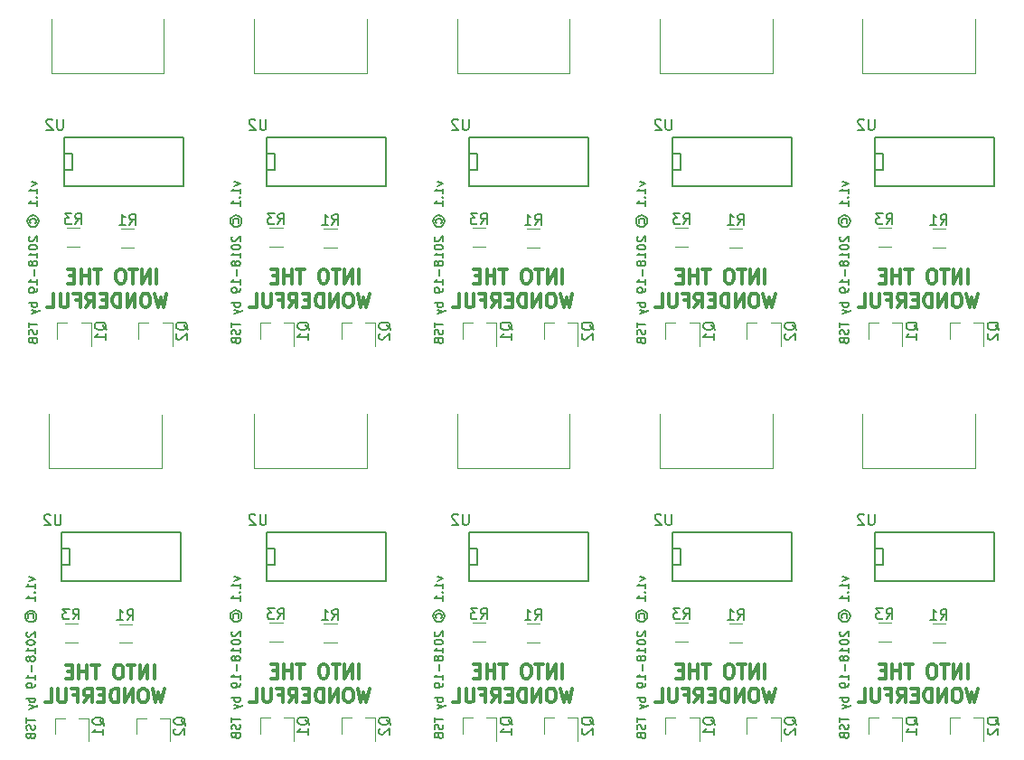
<source format=gbo>
%MOIN*%
%OFA0B0*%
%FSLAX46Y46*%
%IPPOS*%
%LPD*%
%ADD10C,0.011811023622047244*%
%ADD11C,0.005905511811023622*%
%ADD12C,0.0047244094488188976*%
%ADD23C,0.011811023622047244*%
%ADD24C,0.005905511811023622*%
%ADD25C,0.0047244094488188976*%
%ADD26C,0.011811023622047244*%
%ADD27C,0.005905511811023622*%
%ADD28C,0.0047244094488188976*%
%ADD29C,0.011811023622047244*%
%ADD30C,0.005905511811023622*%
%ADD31C,0.0047244094488188976*%
%ADD32C,0.011811023622047244*%
%ADD33C,0.005905511811023622*%
%ADD34C,0.0047244094488188976*%
%ADD35C,0.011811023622047244*%
%ADD36C,0.005905511811023622*%
%ADD37C,0.0047244094488188976*%
%ADD38C,0.011811023622047244*%
%ADD39C,0.005905511811023622*%
%ADD40C,0.0047244094488188976*%
%ADD41C,0.011811023622047244*%
%ADD42C,0.005905511811023622*%
%ADD43C,0.0047244094488188976*%
%ADD44C,0.011811023622047244*%
%ADD45C,0.005905511811023622*%
%ADD46C,0.0047244094488188976*%
%ADD47C,0.011811023622047244*%
%ADD48C,0.005905511811023622*%
%ADD49C,0.0047244094488188976*%
G01G01*
D10*
X0000516571Y0000353638D02*
X0000516571Y0000404819D01*
X0000492199Y0000353638D02*
X0000492199Y0000404819D01*
X0000462952Y0000353638D01*
X0000462952Y0000404819D01*
X0000445892Y0000404819D02*
X0000416646Y0000404819D01*
X0000431269Y0000353638D02*
X0000431269Y0000404819D01*
X0000389837Y0000404819D02*
X0000380088Y0000404819D01*
X0000375213Y0000402382D01*
X0000370339Y0000397507D01*
X0000367902Y0000387758D01*
X0000367902Y0000370698D01*
X0000370339Y0000360949D01*
X0000375213Y0000356075D01*
X0000380088Y0000353638D01*
X0000389837Y0000353638D01*
X0000394711Y0000356075D01*
X0000399585Y0000360949D01*
X0000402022Y0000370698D01*
X0000402022Y0000387758D01*
X0000399585Y0000397507D01*
X0000394711Y0000402382D01*
X0000389837Y0000404819D01*
X0000314283Y0000404819D02*
X0000285037Y0000404819D01*
X0000299660Y0000353638D02*
X0000299660Y0000404819D01*
X0000267977Y0000353638D02*
X0000267977Y0000404819D01*
X0000267977Y0000380447D02*
X0000238730Y0000380447D01*
X0000238730Y0000353638D02*
X0000238730Y0000404819D01*
X0000214358Y0000380447D02*
X0000197298Y0000380447D01*
X0000189986Y0000353638D02*
X0000214358Y0000353638D01*
X0000214358Y0000404819D01*
X0000189986Y0000404819D01*
X0000554347Y0000316236D02*
X0000542161Y0000265055D01*
X0000532412Y0000301613D01*
X0000522664Y0000265055D01*
X0000510478Y0000316236D01*
X0000481231Y0000316236D02*
X0000471483Y0000316236D01*
X0000466608Y0000313799D01*
X0000461734Y0000308925D01*
X0000459297Y0000299176D01*
X0000459297Y0000282115D01*
X0000461734Y0000272367D01*
X0000466608Y0000267492D01*
X0000471483Y0000265055D01*
X0000481231Y0000265055D01*
X0000486106Y0000267492D01*
X0000490980Y0000272367D01*
X0000493417Y0000282115D01*
X0000493417Y0000299176D01*
X0000490980Y0000308925D01*
X0000486106Y0000313799D01*
X0000481231Y0000316236D01*
X0000437362Y0000265055D02*
X0000437362Y0000316236D01*
X0000408115Y0000265055D01*
X0000408115Y0000316236D01*
X0000383744Y0000265055D02*
X0000383744Y0000316236D01*
X0000371558Y0000316236D01*
X0000364246Y0000313799D01*
X0000359372Y0000308925D01*
X0000356934Y0000304050D01*
X0000354497Y0000294301D01*
X0000354497Y0000286990D01*
X0000356934Y0000277241D01*
X0000359372Y0000272367D01*
X0000364246Y0000267492D01*
X0000371558Y0000265055D01*
X0000383744Y0000265055D01*
X0000332562Y0000291864D02*
X0000315502Y0000291864D01*
X0000308190Y0000265055D02*
X0000332562Y0000265055D01*
X0000332562Y0000316236D01*
X0000308190Y0000316236D01*
X0000257009Y0000265055D02*
X0000274070Y0000289427D01*
X0000286256Y0000265055D02*
X0000286256Y0000316236D01*
X0000266758Y0000316236D01*
X0000261884Y0000313799D01*
X0000259447Y0000311362D01*
X0000257009Y0000306487D01*
X0000257009Y0000299176D01*
X0000259447Y0000294301D01*
X0000261884Y0000291864D01*
X0000266758Y0000289427D01*
X0000286256Y0000289427D01*
X0000218014Y0000291864D02*
X0000235075Y0000291864D01*
X0000235075Y0000265055D02*
X0000235075Y0000316236D01*
X0000210703Y0000316236D01*
X0000191205Y0000316236D02*
X0000191205Y0000274804D01*
X0000188768Y0000269929D01*
X0000186331Y0000267492D01*
X0000181456Y0000265055D01*
X0000171707Y0000265055D01*
X0000166833Y0000267492D01*
X0000164396Y0000269929D01*
X0000161959Y0000274804D01*
X0000161959Y0000316236D01*
X0000113215Y0000265055D02*
X0000137587Y0000265055D01*
X0000137587Y0000316236D01*
D11*
X0000055750Y0000728462D02*
X0000076748Y0000720963D01*
X0000055750Y0000713464D01*
X0000076748Y0000684968D02*
X0000076748Y0000702966D01*
X0000076748Y0000693967D02*
X0000045252Y0000693967D01*
X0000049751Y0000696966D01*
X0000052751Y0000699966D01*
X0000054251Y0000702966D01*
X0000073748Y0000671470D02*
X0000075248Y0000669970D01*
X0000076748Y0000671470D01*
X0000075248Y0000672969D01*
X0000073748Y0000671470D01*
X0000076748Y0000671470D01*
X0000076748Y0000639973D02*
X0000076748Y0000657971D01*
X0000076748Y0000648972D02*
X0000045252Y0000648972D01*
X0000049751Y0000651972D01*
X0000052751Y0000654972D01*
X0000054251Y0000657971D01*
X0000052751Y0000576981D02*
X0000051251Y0000579981D01*
X0000051251Y0000585980D01*
X0000052751Y0000588980D01*
X0000055750Y0000591979D01*
X0000058750Y0000593479D01*
X0000064749Y0000593479D01*
X0000067749Y0000591979D01*
X0000070749Y0000588980D01*
X0000072248Y0000585980D01*
X0000072248Y0000579981D01*
X0000070749Y0000576981D01*
X0000040752Y0000582981D02*
X0000042252Y0000590480D01*
X0000046752Y0000597979D01*
X0000054251Y0000602478D01*
X0000061750Y0000603978D01*
X0000069249Y0000602478D01*
X0000076748Y0000597979D01*
X0000081247Y0000590480D01*
X0000082747Y0000582981D01*
X0000081247Y0000575482D01*
X0000076748Y0000567982D01*
X0000069249Y0000563483D01*
X0000061750Y0000561983D01*
X0000054251Y0000563483D01*
X0000046752Y0000567982D01*
X0000042252Y0000575482D01*
X0000040752Y0000582981D01*
X0000048251Y0000525988D02*
X0000046752Y0000524488D01*
X0000045252Y0000521488D01*
X0000045252Y0000513989D01*
X0000046752Y0000510990D01*
X0000048251Y0000509490D01*
X0000051251Y0000507990D01*
X0000054251Y0000507990D01*
X0000058750Y0000509490D01*
X0000076748Y0000527488D01*
X0000076748Y0000507990D01*
X0000045252Y0000488492D02*
X0000045252Y0000485493D01*
X0000046752Y0000482493D01*
X0000048251Y0000480993D01*
X0000051251Y0000479494D01*
X0000057250Y0000477994D01*
X0000064749Y0000477994D01*
X0000070749Y0000479494D01*
X0000073748Y0000480993D01*
X0000075248Y0000482493D01*
X0000076748Y0000485493D01*
X0000076748Y0000488492D01*
X0000075248Y0000491492D01*
X0000073748Y0000492992D01*
X0000070749Y0000494492D01*
X0000064749Y0000495991D01*
X0000057250Y0000495991D01*
X0000051251Y0000494492D01*
X0000048251Y0000492992D01*
X0000046752Y0000491492D01*
X0000045252Y0000488492D01*
X0000076748Y0000447997D02*
X0000076748Y0000465995D01*
X0000076748Y0000456996D02*
X0000045252Y0000456996D01*
X0000049751Y0000459996D01*
X0000052751Y0000462996D01*
X0000054251Y0000465995D01*
X0000058750Y0000430000D02*
X0000057250Y0000432999D01*
X0000055750Y0000434499D01*
X0000052751Y0000435999D01*
X0000051251Y0000435999D01*
X0000048251Y0000434499D01*
X0000046752Y0000432999D01*
X0000045252Y0000430000D01*
X0000045252Y0000424000D01*
X0000046752Y0000421001D01*
X0000048251Y0000419501D01*
X0000051251Y0000418001D01*
X0000052751Y0000418001D01*
X0000055750Y0000419501D01*
X0000057250Y0000421001D01*
X0000058750Y0000424000D01*
X0000058750Y0000430000D01*
X0000060250Y0000432999D01*
X0000061750Y0000434499D01*
X0000064749Y0000435999D01*
X0000070749Y0000435999D01*
X0000073748Y0000434499D01*
X0000075248Y0000432999D01*
X0000076748Y0000430000D01*
X0000076748Y0000424000D01*
X0000075248Y0000421001D01*
X0000073748Y0000419501D01*
X0000070749Y0000418001D01*
X0000064749Y0000418001D01*
X0000061750Y0000419501D01*
X0000060250Y0000421001D01*
X0000058750Y0000424000D01*
X0000064749Y0000404503D02*
X0000064749Y0000380506D01*
X0000076748Y0000349010D02*
X0000076748Y0000367008D01*
X0000076748Y0000358009D02*
X0000045252Y0000358009D01*
X0000049751Y0000361008D01*
X0000052751Y0000364008D01*
X0000054251Y0000367008D01*
X0000076748Y0000334012D02*
X0000076748Y0000328012D01*
X0000075248Y0000325013D01*
X0000073748Y0000323513D01*
X0000069249Y0000320513D01*
X0000063250Y0000319014D01*
X0000051251Y0000319014D01*
X0000048251Y0000320513D01*
X0000046752Y0000322013D01*
X0000045252Y0000325013D01*
X0000045252Y0000331012D01*
X0000046752Y0000334012D01*
X0000048251Y0000335512D01*
X0000051251Y0000337011D01*
X0000058750Y0000337011D01*
X0000061750Y0000335512D01*
X0000063250Y0000334012D01*
X0000064749Y0000331012D01*
X0000064749Y0000325013D01*
X0000063250Y0000322013D01*
X0000061750Y0000320513D01*
X0000058750Y0000319014D01*
X0000076748Y0000281518D02*
X0000045252Y0000281518D01*
X0000057250Y0000281518D02*
X0000055750Y0000278519D01*
X0000055750Y0000272519D01*
X0000057250Y0000269520D01*
X0000058750Y0000268020D01*
X0000061750Y0000266520D01*
X0000070749Y0000266520D01*
X0000073748Y0000268020D01*
X0000075248Y0000269520D01*
X0000076748Y0000272519D01*
X0000076748Y0000278519D01*
X0000075248Y0000281518D01*
X0000055750Y0000256021D02*
X0000076748Y0000248522D01*
X0000055750Y0000241023D02*
X0000076748Y0000248522D01*
X0000084247Y0000251522D01*
X0000085747Y0000253022D01*
X0000087247Y0000256021D01*
X0000045252Y0000209527D02*
X0000045252Y0000191530D01*
X0000076748Y0000200528D02*
X0000045252Y0000200528D01*
X0000075248Y0000182531D02*
X0000076748Y0000178031D01*
X0000076748Y0000170532D01*
X0000075248Y0000167533D01*
X0000073748Y0000166033D01*
X0000070749Y0000164533D01*
X0000067749Y0000164533D01*
X0000064749Y0000166033D01*
X0000063250Y0000167533D01*
X0000061750Y0000170532D01*
X0000060250Y0000176531D01*
X0000058750Y0000179531D01*
X0000057250Y0000181031D01*
X0000054251Y0000182531D01*
X0000051251Y0000182531D01*
X0000048251Y0000181031D01*
X0000046752Y0000179531D01*
X0000045252Y0000176531D01*
X0000045252Y0000169032D01*
X0000046752Y0000164533D01*
X0000060250Y0000140536D02*
X0000061750Y0000136036D01*
X0000063250Y0000134537D01*
X0000066249Y0000133037D01*
X0000070749Y0000133037D01*
X0000073748Y0000134537D01*
X0000075248Y0000136036D01*
X0000076748Y0000139036D01*
X0000076748Y0000151035D01*
X0000045252Y0000151035D01*
X0000045252Y0000140536D01*
X0000046752Y0000137536D01*
X0000048251Y0000136036D01*
X0000051251Y0000134537D01*
X0000054251Y0000134537D01*
X0000057250Y0000136036D01*
X0000058750Y0000137536D01*
X0000060250Y0000140536D01*
X0000060250Y0000151035D01*
X0000175000Y0000772500D02*
X0000205000Y0000772500D01*
X0000205000Y0000772500D02*
X0000205000Y0000832500D01*
X0000205000Y0000832500D02*
X0000175000Y0000832500D01*
X0000615000Y0000712500D02*
X0000615000Y0000892500D01*
X0000615000Y0000892500D02*
X0000175000Y0000892500D01*
X0000175000Y0000892500D02*
X0000175000Y0000712500D01*
X0000175000Y0000712500D02*
X0000615000Y0000712500D01*
D12*
X0000128838Y0001329094D02*
X0000128838Y0001128307D01*
X0000128838Y0001128307D02*
X0000544193Y0001128307D01*
X0000544193Y0001128307D02*
X0000544193Y0001327126D01*
X0000386378Y0000485354D02*
X0000433622Y0000485354D01*
X0000433622Y0000554645D02*
X0000386378Y0000554645D01*
X0000186378Y0000487854D02*
X0000233622Y0000487854D01*
X0000233622Y0000557145D02*
X0000186378Y0000557145D01*
X0000450295Y0000207421D02*
X0000486909Y0000207421D01*
X0000574704Y0000207421D02*
X0000538090Y0000207421D01*
X0000574704Y0000207421D02*
X0000574704Y0000122382D01*
X0000450295Y0000207421D02*
X0000450295Y0000149941D01*
X0000150295Y0000207421D02*
X0000186909Y0000207421D01*
X0000274704Y0000207421D02*
X0000238090Y0000207421D01*
X0000274704Y0000207421D02*
X0000274704Y0000122382D01*
X0000150295Y0000207421D02*
X0000150295Y0000149941D01*
D11*
X0000172496Y0000959060D02*
X0000172496Y0000927189D01*
X0000170621Y0000923439D01*
X0000168746Y0000921564D01*
X0000164997Y0000919689D01*
X0000157498Y0000919689D01*
X0000153748Y0000921564D01*
X0000151873Y0000923439D01*
X0000149999Y0000927189D01*
X0000149999Y0000959060D01*
X0000133126Y0000955310D02*
X0000131251Y0000957185D01*
X0000127501Y0000959060D01*
X0000118128Y0000959060D01*
X0000114378Y0000957185D01*
X0000112503Y0000955310D01*
X0000110629Y0000951560D01*
X0000110629Y0000947811D01*
X0000112503Y0000942187D01*
X0000135001Y0000919689D01*
X0000110629Y0000919689D01*
X0000416561Y0000569119D02*
X0000429685Y0000587866D01*
X0000439058Y0000569119D02*
X0000439058Y0000608489D01*
X0000424060Y0000608489D01*
X0000420311Y0000606614D01*
X0000418436Y0000604739D01*
X0000416561Y0000600990D01*
X0000416561Y0000595365D01*
X0000418436Y0000591616D01*
X0000420311Y0000589741D01*
X0000424060Y0000587866D01*
X0000439058Y0000587866D01*
X0000379066Y0000569119D02*
X0000401563Y0000569119D01*
X0000390315Y0000569119D02*
X0000390315Y0000608489D01*
X0000394064Y0000602864D01*
X0000397814Y0000599115D01*
X0000401563Y0000597240D01*
X0000216561Y0000571619D02*
X0000229685Y0000590366D01*
X0000239058Y0000571619D02*
X0000239058Y0000610989D01*
X0000224060Y0000610989D01*
X0000220311Y0000609114D01*
X0000218436Y0000607239D01*
X0000216561Y0000603490D01*
X0000216561Y0000597865D01*
X0000218436Y0000594116D01*
X0000220311Y0000592241D01*
X0000224060Y0000590366D01*
X0000239058Y0000590366D01*
X0000203438Y0000610989D02*
X0000179066Y0000610989D01*
X0000192189Y0000595991D01*
X0000186565Y0000595991D01*
X0000182815Y0000594116D01*
X0000180941Y0000592241D01*
X0000179066Y0000588491D01*
X0000179066Y0000579118D01*
X0000180941Y0000575368D01*
X0000182815Y0000573493D01*
X0000186565Y0000571619D01*
X0000197814Y0000571619D01*
X0000201563Y0000573493D01*
X0000203438Y0000575368D01*
X0000632485Y0000181249D02*
X0000630610Y0000184999D01*
X0000626860Y0000188748D01*
X0000621236Y0000194373D01*
X0000619361Y0000198122D01*
X0000619361Y0000201872D01*
X0000628735Y0000199997D02*
X0000626860Y0000203746D01*
X0000623111Y0000207496D01*
X0000615612Y0000209371D01*
X0000602488Y0000209371D01*
X0000594989Y0000207496D01*
X0000591240Y0000203746D01*
X0000589365Y0000199997D01*
X0000589365Y0000192498D01*
X0000591240Y0000188748D01*
X0000594989Y0000184999D01*
X0000602488Y0000183124D01*
X0000615612Y0000183124D01*
X0000623111Y0000184999D01*
X0000626860Y0000188748D01*
X0000628735Y0000192498D01*
X0000628735Y0000199997D01*
X0000593115Y0000168126D02*
X0000591240Y0000166251D01*
X0000589365Y0000162502D01*
X0000589365Y0000153128D01*
X0000591240Y0000149378D01*
X0000593115Y0000147503D01*
X0000596864Y0000145629D01*
X0000600614Y0000145629D01*
X0000606238Y0000147503D01*
X0000628735Y0000170001D01*
X0000628735Y0000145629D01*
X0000332485Y0000181249D02*
X0000330610Y0000184999D01*
X0000326860Y0000188748D01*
X0000321236Y0000194373D01*
X0000319361Y0000198122D01*
X0000319361Y0000201872D01*
X0000328735Y0000199997D02*
X0000326860Y0000203746D01*
X0000323111Y0000207496D01*
X0000315612Y0000209371D01*
X0000302488Y0000209371D01*
X0000294989Y0000207496D01*
X0000291240Y0000203746D01*
X0000289365Y0000199997D01*
X0000289365Y0000192498D01*
X0000291240Y0000188748D01*
X0000294989Y0000184999D01*
X0000302488Y0000183124D01*
X0000315612Y0000183124D01*
X0000323111Y0000184999D01*
X0000326860Y0000188748D01*
X0000328735Y0000192498D01*
X0000328735Y0000199997D01*
X0000328735Y0000145629D02*
X0000328735Y0000168126D01*
X0000328735Y0000156877D02*
X0000289365Y0000156877D01*
X0000294989Y0000160627D01*
X0000298739Y0000164376D01*
X0000300614Y0000168126D01*
G04 next file*
G04 #@! TF.GenerationSoftware,KiCad,Pcbnew,(5.0.2)-1*
G04 #@! TF.CreationDate,2019-07-10T16:32:42+02:00*
G04 #@! TF.ProjectId,joystick tester systest,6a6f7973-7469-4636-9b20-746573746572,rev?*
G04 #@! TF.SameCoordinates,Original*
G04 #@! TF.FileFunction,Legend,Bot*
G04 #@! TF.FilePolarity,Positive*
G04 Gerber Fmt 4.6, Leading zero omitted, Abs format (unit mm)*
G04 Created by KiCad (PCBNEW (5.0.2)-1) date 10-7-2019 16:32:42*
G01G01*
G04 APERTURE LIST*
G04 APERTURE END LIST*
D23*
X0000524779Y0001811571D02*
X0000524779Y0001862752D01*
X0000500407Y0001811571D02*
X0000500407Y0001862752D01*
X0000471161Y0001811571D01*
X0000471161Y0001862752D01*
X0000454100Y0001862752D02*
X0000424854Y0001862752D01*
X0000439477Y0001811571D02*
X0000439477Y0001862752D01*
X0000398045Y0001862752D02*
X0000388296Y0001862752D01*
X0000383422Y0001860314D01*
X0000378547Y0001855440D01*
X0000376110Y0001845691D01*
X0000376110Y0001828631D01*
X0000378547Y0001818882D01*
X0000383422Y0001814008D01*
X0000388296Y0001811571D01*
X0000398045Y0001811571D01*
X0000402919Y0001814008D01*
X0000407794Y0001818882D01*
X0000410231Y0001828631D01*
X0000410231Y0001845691D01*
X0000407794Y0001855440D01*
X0000402919Y0001860314D01*
X0000398045Y0001862752D01*
X0000322492Y0001862752D02*
X0000293246Y0001862752D01*
X0000307869Y0001811571D02*
X0000307869Y0001862752D01*
X0000276185Y0001811571D02*
X0000276185Y0001862752D01*
X0000276185Y0001838380D02*
X0000246939Y0001838380D01*
X0000246939Y0001811571D02*
X0000246939Y0001862752D01*
X0000222567Y0001838380D02*
X0000205507Y0001838380D01*
X0000198195Y0001811571D02*
X0000222567Y0001811571D01*
X0000222567Y0001862752D01*
X0000198195Y0001862752D01*
X0000562556Y0001774169D02*
X0000550370Y0001722988D01*
X0000540621Y0001759546D01*
X0000530872Y0001722988D01*
X0000518686Y0001774169D01*
X0000489440Y0001774169D02*
X0000479691Y0001774169D01*
X0000474817Y0001771732D01*
X0000469942Y0001766857D01*
X0000467505Y0001757109D01*
X0000467505Y0001740048D01*
X0000469942Y0001730299D01*
X0000474817Y0001725425D01*
X0000479691Y0001722988D01*
X0000489440Y0001722988D01*
X0000494314Y0001725425D01*
X0000499189Y0001730299D01*
X0000501626Y0001740048D01*
X0000501626Y0001757109D01*
X0000499189Y0001766857D01*
X0000494314Y0001771732D01*
X0000489440Y0001774169D01*
X0000445570Y0001722988D02*
X0000445570Y0001774169D01*
X0000416324Y0001722988D01*
X0000416324Y0001774169D01*
X0000391952Y0001722988D02*
X0000391952Y0001774169D01*
X0000379766Y0001774169D01*
X0000372454Y0001771732D01*
X0000367580Y0001766857D01*
X0000365143Y0001761983D01*
X0000362706Y0001752234D01*
X0000362706Y0001744923D01*
X0000365143Y0001735174D01*
X0000367580Y0001730299D01*
X0000372454Y0001725425D01*
X0000379766Y0001722988D01*
X0000391952Y0001722988D01*
X0000340771Y0001749797D02*
X0000323711Y0001749797D01*
X0000316399Y0001722988D02*
X0000340771Y0001722988D01*
X0000340771Y0001774169D01*
X0000316399Y0001774169D01*
X0000265218Y0001722988D02*
X0000282278Y0001747360D01*
X0000294464Y0001722988D02*
X0000294464Y0001774169D01*
X0000274967Y0001774169D01*
X0000270092Y0001771732D01*
X0000267655Y0001769295D01*
X0000265218Y0001764420D01*
X0000265218Y0001757109D01*
X0000267655Y0001752234D01*
X0000270092Y0001749797D01*
X0000274967Y0001747360D01*
X0000294464Y0001747360D01*
X0000226223Y0001749797D02*
X0000243283Y0001749797D01*
X0000243283Y0001722988D02*
X0000243283Y0001774169D01*
X0000218911Y0001774169D01*
X0000199414Y0001774169D02*
X0000199414Y0001732737D01*
X0000196976Y0001727862D01*
X0000194539Y0001725425D01*
X0000189665Y0001722988D01*
X0000179916Y0001722988D01*
X0000175042Y0001725425D01*
X0000172604Y0001727862D01*
X0000170167Y0001732737D01*
X0000170167Y0001774169D01*
X0000121423Y0001722988D02*
X0000145795Y0001722988D01*
X0000145795Y0001774169D01*
D24*
X0000063959Y0002186395D02*
X0000084956Y0002178896D01*
X0000063959Y0002171397D01*
X0000084956Y0002142901D02*
X0000084956Y0002160898D01*
X0000084956Y0002151900D02*
X0000053460Y0002151900D01*
X0000057960Y0002154899D01*
X0000060959Y0002157899D01*
X0000062459Y0002160898D01*
X0000081957Y0002129402D02*
X0000083457Y0002127903D01*
X0000084956Y0002129402D01*
X0000083457Y0002130902D01*
X0000081957Y0002129402D01*
X0000084956Y0002129402D01*
X0000084956Y0002097906D02*
X0000084956Y0002115904D01*
X0000084956Y0002106905D02*
X0000053460Y0002106905D01*
X0000057960Y0002109905D01*
X0000060959Y0002112904D01*
X0000062459Y0002115904D01*
X0000060959Y0002034914D02*
X0000059460Y0002037914D01*
X0000059460Y0002043913D01*
X0000060959Y0002046913D01*
X0000063959Y0002049912D01*
X0000066959Y0002051412D01*
X0000072958Y0002051412D01*
X0000075957Y0002049912D01*
X0000078957Y0002046913D01*
X0000080457Y0002043913D01*
X0000080457Y0002037914D01*
X0000078957Y0002034914D01*
X0000048961Y0002040913D02*
X0000050461Y0002048413D01*
X0000054960Y0002055912D01*
X0000062459Y0002060411D01*
X0000069958Y0002061911D01*
X0000077457Y0002060411D01*
X0000084956Y0002055912D01*
X0000089456Y0002048413D01*
X0000090956Y0002040913D01*
X0000089456Y0002033414D01*
X0000084956Y0002025915D01*
X0000077457Y0002021416D01*
X0000069958Y0002019916D01*
X0000062459Y0002021416D01*
X0000054960Y0002025915D01*
X0000050461Y0002033414D01*
X0000048961Y0002040913D01*
X0000056460Y0001983921D02*
X0000054960Y0001982421D01*
X0000053460Y0001979421D01*
X0000053460Y0001971922D01*
X0000054960Y0001968922D01*
X0000056460Y0001967423D01*
X0000059460Y0001965923D01*
X0000062459Y0001965923D01*
X0000066959Y0001967423D01*
X0000084956Y0001985420D01*
X0000084956Y0001965923D01*
X0000053460Y0001946425D02*
X0000053460Y0001943426D01*
X0000054960Y0001940426D01*
X0000056460Y0001938926D01*
X0000059460Y0001937426D01*
X0000065459Y0001935927D01*
X0000072958Y0001935927D01*
X0000078957Y0001937426D01*
X0000081957Y0001938926D01*
X0000083457Y0001940426D01*
X0000084956Y0001943426D01*
X0000084956Y0001946425D01*
X0000083457Y0001949425D01*
X0000081957Y0001950925D01*
X0000078957Y0001952425D01*
X0000072958Y0001953924D01*
X0000065459Y0001953924D01*
X0000059460Y0001952425D01*
X0000056460Y0001950925D01*
X0000054960Y0001949425D01*
X0000053460Y0001946425D01*
X0000084956Y0001905930D02*
X0000084956Y0001923928D01*
X0000084956Y0001914929D02*
X0000053460Y0001914929D01*
X0000057960Y0001917929D01*
X0000060959Y0001920928D01*
X0000062459Y0001923928D01*
X0000066959Y0001887933D02*
X0000065459Y0001890932D01*
X0000063959Y0001892432D01*
X0000060959Y0001893932D01*
X0000059460Y0001893932D01*
X0000056460Y0001892432D01*
X0000054960Y0001890932D01*
X0000053460Y0001887933D01*
X0000053460Y0001881933D01*
X0000054960Y0001878934D01*
X0000056460Y0001877434D01*
X0000059460Y0001875934D01*
X0000060959Y0001875934D01*
X0000063959Y0001877434D01*
X0000065459Y0001878934D01*
X0000066959Y0001881933D01*
X0000066959Y0001887933D01*
X0000068458Y0001890932D01*
X0000069958Y0001892432D01*
X0000072958Y0001893932D01*
X0000078957Y0001893932D01*
X0000081957Y0001892432D01*
X0000083457Y0001890932D01*
X0000084956Y0001887933D01*
X0000084956Y0001881933D01*
X0000083457Y0001878934D01*
X0000081957Y0001877434D01*
X0000078957Y0001875934D01*
X0000072958Y0001875934D01*
X0000069958Y0001877434D01*
X0000068458Y0001878934D01*
X0000066959Y0001881933D01*
X0000072958Y0001862436D02*
X0000072958Y0001838439D01*
X0000084956Y0001806943D02*
X0000084956Y0001824940D01*
X0000084956Y0001815942D02*
X0000053460Y0001815942D01*
X0000057960Y0001818941D01*
X0000060959Y0001821941D01*
X0000062459Y0001824940D01*
X0000084956Y0001791945D02*
X0000084956Y0001785945D01*
X0000083457Y0001782946D01*
X0000081957Y0001781446D01*
X0000077457Y0001778446D01*
X0000071458Y0001776946D01*
X0000059460Y0001776946D01*
X0000056460Y0001778446D01*
X0000054960Y0001779946D01*
X0000053460Y0001782946D01*
X0000053460Y0001788945D01*
X0000054960Y0001791945D01*
X0000056460Y0001793444D01*
X0000059460Y0001794944D01*
X0000066959Y0001794944D01*
X0000069958Y0001793444D01*
X0000071458Y0001791945D01*
X0000072958Y0001788945D01*
X0000072958Y0001782946D01*
X0000071458Y0001779946D01*
X0000069958Y0001778446D01*
X0000066959Y0001776946D01*
X0000084956Y0001739451D02*
X0000053460Y0001739451D01*
X0000065459Y0001739451D02*
X0000063959Y0001736452D01*
X0000063959Y0001730452D01*
X0000065459Y0001727453D01*
X0000066959Y0001725953D01*
X0000069958Y0001724453D01*
X0000078957Y0001724453D01*
X0000081957Y0001725953D01*
X0000083457Y0001727453D01*
X0000084956Y0001730452D01*
X0000084956Y0001736452D01*
X0000083457Y0001739451D01*
X0000063959Y0001713954D02*
X0000084956Y0001706455D01*
X0000063959Y0001698956D02*
X0000084956Y0001706455D01*
X0000092455Y0001709455D01*
X0000093955Y0001710955D01*
X0000095455Y0001713954D01*
X0000053460Y0001667460D02*
X0000053460Y0001649462D01*
X0000084956Y0001658461D02*
X0000053460Y0001658461D01*
X0000083457Y0001640464D02*
X0000084956Y0001635964D01*
X0000084956Y0001628465D01*
X0000083457Y0001625465D01*
X0000081957Y0001623966D01*
X0000078957Y0001622466D01*
X0000075957Y0001622466D01*
X0000072958Y0001623966D01*
X0000071458Y0001625465D01*
X0000069958Y0001628465D01*
X0000068458Y0001634464D01*
X0000066959Y0001637464D01*
X0000065459Y0001638964D01*
X0000062459Y0001640464D01*
X0000059460Y0001640464D01*
X0000056460Y0001638964D01*
X0000054960Y0001637464D01*
X0000053460Y0001634464D01*
X0000053460Y0001626965D01*
X0000054960Y0001622466D01*
X0000068458Y0001598469D02*
X0000069958Y0001593969D01*
X0000071458Y0001592470D01*
X0000074458Y0001590970D01*
X0000078957Y0001590970D01*
X0000081957Y0001592470D01*
X0000083457Y0001593969D01*
X0000084956Y0001596969D01*
X0000084956Y0001608967D01*
X0000053460Y0001608967D01*
X0000053460Y0001598469D01*
X0000054960Y0001595469D01*
X0000056460Y0001593969D01*
X0000059460Y0001592470D01*
X0000062459Y0001592470D01*
X0000065459Y0001593969D01*
X0000066959Y0001595469D01*
X0000068458Y0001598469D01*
X0000068458Y0001608967D01*
G04 #@! TO.C,U2*
X0000183208Y0002230433D02*
X0000213208Y0002230433D01*
X0000213208Y0002230433D02*
X0000213208Y0002290433D01*
X0000213208Y0002290433D02*
X0000183208Y0002290433D01*
X0000623208Y0002170433D02*
X0000623208Y0002350433D01*
X0000623208Y0002350433D02*
X0000183208Y0002350433D01*
X0000183208Y0002350433D02*
X0000183208Y0002170433D01*
X0000183208Y0002170433D02*
X0000623208Y0002170433D01*
D25*
G04 #@! TO.C,J1*
X0000137047Y0002787027D02*
X0000137047Y0002586240D01*
X0000137047Y0002586240D02*
X0000552401Y0002586240D01*
X0000552401Y0002586240D02*
X0000552401Y0002785059D01*
G04 #@! TO.C,R1*
X0000394586Y0001943287D02*
X0000441830Y0001943287D01*
X0000441830Y0002012578D02*
X0000394586Y0002012578D01*
G04 #@! TO.C,R3*
X0000194586Y0001945787D02*
X0000241830Y0001945787D01*
X0000241830Y0002015078D02*
X0000194586Y0002015078D01*
G04 #@! TO.C,Q2*
X0000458503Y0001665354D02*
X0000495118Y0001665354D01*
X0000582913Y0001665354D02*
X0000546299Y0001665354D01*
X0000582913Y0001665354D02*
X0000582913Y0001580314D01*
X0000458503Y0001665354D02*
X0000458503Y0001607874D01*
G04 #@! TO.C,Q1*
X0000158503Y0001665354D02*
X0000195118Y0001665354D01*
X0000282913Y0001665354D02*
X0000246299Y0001665354D01*
X0000282913Y0001665354D02*
X0000282913Y0001580314D01*
X0000158503Y0001665354D02*
X0000158503Y0001607874D01*
G04 #@! TO.C,U2*
D24*
X0000180704Y0002416992D02*
X0000180704Y0002385121D01*
X0000178830Y0002381372D01*
X0000176955Y0002379497D01*
X0000173205Y0002377622D01*
X0000165706Y0002377622D01*
X0000161957Y0002379497D01*
X0000160082Y0002381372D01*
X0000158207Y0002385121D01*
X0000158207Y0002416992D01*
X0000141334Y0002413243D02*
X0000139460Y0002415118D01*
X0000135710Y0002416992D01*
X0000126336Y0002416992D01*
X0000122587Y0002415118D01*
X0000120712Y0002413243D01*
X0000118837Y0002409493D01*
X0000118837Y0002405744D01*
X0000120712Y0002400120D01*
X0000143209Y0002377622D01*
X0000118837Y0002377622D01*
G04 #@! TO.C,R1*
X0000424770Y0002027051D02*
X0000437893Y0002045799D01*
X0000447267Y0002027051D02*
X0000447267Y0002066422D01*
X0000432269Y0002066422D01*
X0000428519Y0002064547D01*
X0000426645Y0002062672D01*
X0000424770Y0002058922D01*
X0000424770Y0002053298D01*
X0000426645Y0002049549D01*
X0000428519Y0002047674D01*
X0000432269Y0002045799D01*
X0000447267Y0002045799D01*
X0000387274Y0002027051D02*
X0000409772Y0002027051D01*
X0000398523Y0002027051D02*
X0000398523Y0002066422D01*
X0000402273Y0002060797D01*
X0000406022Y0002057048D01*
X0000409772Y0002055173D01*
G04 #@! TO.C,R3*
X0000224770Y0002029551D02*
X0000237893Y0002048299D01*
X0000247267Y0002029551D02*
X0000247267Y0002068922D01*
X0000232269Y0002068922D01*
X0000228519Y0002067047D01*
X0000226645Y0002065172D01*
X0000224770Y0002061422D01*
X0000224770Y0002055798D01*
X0000226645Y0002052049D01*
X0000228519Y0002050174D01*
X0000232269Y0002048299D01*
X0000247267Y0002048299D01*
X0000211646Y0002068922D02*
X0000187275Y0002068922D01*
X0000200398Y0002053923D01*
X0000194774Y0002053923D01*
X0000191024Y0002052049D01*
X0000189149Y0002050174D01*
X0000187275Y0002046424D01*
X0000187275Y0002037051D01*
X0000189149Y0002033301D01*
X0000191024Y0002031426D01*
X0000194774Y0002029551D01*
X0000206022Y0002029551D01*
X0000209772Y0002031426D01*
X0000211646Y0002033301D01*
G04 #@! TO.C,Q2*
X0000640693Y0001639182D02*
X0000638818Y0001642932D01*
X0000635069Y0001646681D01*
X0000629445Y0001652305D01*
X0000627570Y0001656055D01*
X0000627570Y0001659805D01*
X0000636944Y0001657930D02*
X0000635069Y0001661679D01*
X0000631319Y0001665429D01*
X0000623820Y0001667304D01*
X0000610697Y0001667304D01*
X0000603198Y0001665429D01*
X0000599448Y0001661679D01*
X0000597574Y0001657930D01*
X0000597574Y0001650431D01*
X0000599448Y0001646681D01*
X0000603198Y0001642932D01*
X0000610697Y0001641057D01*
X0000623820Y0001641057D01*
X0000631319Y0001642932D01*
X0000635069Y0001646681D01*
X0000636944Y0001650431D01*
X0000636944Y0001657930D01*
X0000601323Y0001626059D02*
X0000599448Y0001624184D01*
X0000597574Y0001620434D01*
X0000597574Y0001611061D01*
X0000599448Y0001607311D01*
X0000601323Y0001605436D01*
X0000605073Y0001603562D01*
X0000608822Y0001603562D01*
X0000614446Y0001605436D01*
X0000636944Y0001627934D01*
X0000636944Y0001603562D01*
G04 #@! TO.C,Q1*
X0000340693Y0001639182D02*
X0000338818Y0001642932D01*
X0000335069Y0001646681D01*
X0000329445Y0001652305D01*
X0000327570Y0001656055D01*
X0000327570Y0001659805D01*
X0000336944Y0001657930D02*
X0000335069Y0001661679D01*
X0000331319Y0001665429D01*
X0000323820Y0001667304D01*
X0000310697Y0001667304D01*
X0000303198Y0001665429D01*
X0000299448Y0001661679D01*
X0000297574Y0001657930D01*
X0000297574Y0001650431D01*
X0000299448Y0001646681D01*
X0000303198Y0001642932D01*
X0000310697Y0001641057D01*
X0000323820Y0001641057D01*
X0000331319Y0001642932D01*
X0000335069Y0001646681D01*
X0000336944Y0001650431D01*
X0000336944Y0001657930D01*
X0000336944Y0001603562D02*
X0000336944Y0001626059D01*
X0000336944Y0001614810D02*
X0000297574Y0001614810D01*
X0000303198Y0001618560D01*
X0000306947Y0001622309D01*
X0000308822Y0001626059D01*
G04 #@! TD*
G04 next file*
G04 #@! TF.GenerationSoftware,KiCad,Pcbnew,(5.0.2)-1*
G04 #@! TF.CreationDate,2019-07-10T16:32:42+02:00*
G04 #@! TF.ProjectId,joystick tester systest,6a6f7973-7469-4636-9b20-746573746572,rev?*
G04 #@! TF.SameCoordinates,Original*
G04 #@! TF.FileFunction,Legend,Bot*
G04 #@! TF.FilePolarity,Positive*
G04 Gerber Fmt 4.6, Leading zero omitted, Abs format (unit mm)*
G04 Created by KiCad (PCBNEW (5.0.2)-1) date 10-7-2019 16:32:42*
G01G01*
G04 APERTURE LIST*
G04 APERTURE END LIST*
D26*
X0001272811Y0000354878D02*
X0001272811Y0000406059D01*
X0001248439Y0000354878D02*
X0001248439Y0000406059D01*
X0001219192Y0000354878D01*
X0001219192Y0000406059D01*
X0001202132Y0000406059D02*
X0001172886Y0000406059D01*
X0001187509Y0000354878D02*
X0001187509Y0000406059D01*
X0001146077Y0000406059D02*
X0001136328Y0000406059D01*
X0001131453Y0000403622D01*
X0001126579Y0000398747D01*
X0001124142Y0000388998D01*
X0001124142Y0000371938D01*
X0001126579Y0000362189D01*
X0001131453Y0000357315D01*
X0001136328Y0000354878D01*
X0001146077Y0000354878D01*
X0001150951Y0000357315D01*
X0001155825Y0000362189D01*
X0001158262Y0000371938D01*
X0001158262Y0000388998D01*
X0001155825Y0000398747D01*
X0001150951Y0000403622D01*
X0001146077Y0000406059D01*
X0001070523Y0000406059D02*
X0001041277Y0000406059D01*
X0001055900Y0000354878D02*
X0001055900Y0000406059D01*
X0001024217Y0000354878D02*
X0001024217Y0000406059D01*
X0001024217Y0000381687D02*
X0000994970Y0000381687D01*
X0000994970Y0000354878D02*
X0000994970Y0000406059D01*
X0000970598Y0000381687D02*
X0000953538Y0000381687D01*
X0000946227Y0000354878D02*
X0000970598Y0000354878D01*
X0000970598Y0000406059D01*
X0000946227Y0000406059D01*
X0001310587Y0000317476D02*
X0001298401Y0000266295D01*
X0001288652Y0000302853D01*
X0001278904Y0000266295D01*
X0001266718Y0000317476D01*
X0001237471Y0000317476D02*
X0001227723Y0000317476D01*
X0001222848Y0000315039D01*
X0001217974Y0000310165D01*
X0001215537Y0000300416D01*
X0001215537Y0000283355D01*
X0001217974Y0000273607D01*
X0001222848Y0000268732D01*
X0001227723Y0000266295D01*
X0001237471Y0000266295D01*
X0001242346Y0000268732D01*
X0001247220Y0000273607D01*
X0001249657Y0000283355D01*
X0001249657Y0000300416D01*
X0001247220Y0000310165D01*
X0001242346Y0000315039D01*
X0001237471Y0000317476D01*
X0001193602Y0000266295D02*
X0001193602Y0000317476D01*
X0001164355Y0000266295D01*
X0001164355Y0000317476D01*
X0001139984Y0000266295D02*
X0001139984Y0000317476D01*
X0001127798Y0000317476D01*
X0001120486Y0000315039D01*
X0001115612Y0000310165D01*
X0001113174Y0000305290D01*
X0001110737Y0000295541D01*
X0001110737Y0000288230D01*
X0001113174Y0000278481D01*
X0001115612Y0000273607D01*
X0001120486Y0000268732D01*
X0001127798Y0000266295D01*
X0001139984Y0000266295D01*
X0001088802Y0000293104D02*
X0001071742Y0000293104D01*
X0001064430Y0000266295D02*
X0001088802Y0000266295D01*
X0001088802Y0000317476D01*
X0001064430Y0000317476D01*
X0001013249Y0000266295D02*
X0001030310Y0000290667D01*
X0001042496Y0000266295D02*
X0001042496Y0000317476D01*
X0001022998Y0000317476D01*
X0001018124Y0000315039D01*
X0001015687Y0000312602D01*
X0001013249Y0000307727D01*
X0001013249Y0000300416D01*
X0001015687Y0000295541D01*
X0001018124Y0000293104D01*
X0001022998Y0000290667D01*
X0001042496Y0000290667D01*
X0000974254Y0000293104D02*
X0000991315Y0000293104D01*
X0000991315Y0000266295D02*
X0000991315Y0000317476D01*
X0000966943Y0000317476D01*
X0000947445Y0000317476D02*
X0000947445Y0000276044D01*
X0000945008Y0000271169D01*
X0000942571Y0000268732D01*
X0000937696Y0000266295D01*
X0000927948Y0000266295D01*
X0000923073Y0000268732D01*
X0000920636Y0000271169D01*
X0000918199Y0000276044D01*
X0000918199Y0000317476D01*
X0000869455Y0000266295D02*
X0000893827Y0000266295D01*
X0000893827Y0000317476D01*
D27*
X0000811990Y0000729702D02*
X0000832988Y0000722203D01*
X0000811990Y0000714704D01*
X0000832988Y0000686208D02*
X0000832988Y0000704206D01*
X0000832988Y0000695207D02*
X0000801492Y0000695207D01*
X0000805991Y0000698206D01*
X0000808991Y0000701206D01*
X0000810491Y0000704206D01*
X0000829988Y0000672709D02*
X0000831488Y0000671210D01*
X0000832988Y0000672709D01*
X0000831488Y0000674209D01*
X0000829988Y0000672709D01*
X0000832988Y0000672709D01*
X0000832988Y0000641213D02*
X0000832988Y0000659211D01*
X0000832988Y0000650212D02*
X0000801492Y0000650212D01*
X0000805991Y0000653212D01*
X0000808991Y0000656212D01*
X0000810491Y0000659211D01*
X0000808991Y0000578221D02*
X0000807491Y0000581221D01*
X0000807491Y0000587220D01*
X0000808991Y0000590220D01*
X0000811990Y0000593219D01*
X0000814990Y0000594719D01*
X0000820989Y0000594719D01*
X0000823989Y0000593219D01*
X0000826989Y0000590220D01*
X0000828488Y0000587220D01*
X0000828488Y0000581221D01*
X0000826989Y0000578221D01*
X0000796992Y0000584221D02*
X0000798492Y0000591720D01*
X0000802992Y0000599219D01*
X0000810491Y0000603718D01*
X0000817990Y0000605218D01*
X0000825489Y0000603718D01*
X0000832988Y0000599219D01*
X0000837487Y0000591720D01*
X0000838987Y0000584221D01*
X0000837487Y0000576722D01*
X0000832988Y0000569222D01*
X0000825489Y0000564723D01*
X0000817990Y0000563223D01*
X0000810491Y0000564723D01*
X0000802992Y0000569222D01*
X0000798492Y0000576722D01*
X0000796992Y0000584221D01*
X0000804491Y0000527228D02*
X0000802992Y0000525728D01*
X0000801492Y0000522728D01*
X0000801492Y0000515229D01*
X0000802992Y0000512230D01*
X0000804491Y0000510730D01*
X0000807491Y0000509230D01*
X0000810491Y0000509230D01*
X0000814990Y0000510730D01*
X0000832988Y0000528727D01*
X0000832988Y0000509230D01*
X0000801492Y0000489732D02*
X0000801492Y0000486733D01*
X0000802992Y0000483733D01*
X0000804491Y0000482233D01*
X0000807491Y0000480733D01*
X0000813490Y0000479234D01*
X0000820989Y0000479234D01*
X0000826989Y0000480733D01*
X0000829988Y0000482233D01*
X0000831488Y0000483733D01*
X0000832988Y0000486733D01*
X0000832988Y0000489732D01*
X0000831488Y0000492732D01*
X0000829988Y0000494232D01*
X0000826989Y0000495732D01*
X0000820989Y0000497231D01*
X0000813490Y0000497231D01*
X0000807491Y0000495732D01*
X0000804491Y0000494232D01*
X0000802992Y0000492732D01*
X0000801492Y0000489732D01*
X0000832988Y0000449237D02*
X0000832988Y0000467235D01*
X0000832988Y0000458236D02*
X0000801492Y0000458236D01*
X0000805991Y0000461236D01*
X0000808991Y0000464236D01*
X0000810491Y0000467235D01*
X0000814990Y0000431240D02*
X0000813490Y0000434239D01*
X0000811990Y0000435739D01*
X0000808991Y0000437239D01*
X0000807491Y0000437239D01*
X0000804491Y0000435739D01*
X0000802992Y0000434239D01*
X0000801492Y0000431240D01*
X0000801492Y0000425240D01*
X0000802992Y0000422241D01*
X0000804491Y0000420741D01*
X0000807491Y0000419241D01*
X0000808991Y0000419241D01*
X0000811990Y0000420741D01*
X0000813490Y0000422241D01*
X0000814990Y0000425240D01*
X0000814990Y0000431240D01*
X0000816490Y0000434239D01*
X0000817990Y0000435739D01*
X0000820989Y0000437239D01*
X0000826989Y0000437239D01*
X0000829988Y0000435739D01*
X0000831488Y0000434239D01*
X0000832988Y0000431240D01*
X0000832988Y0000425240D01*
X0000831488Y0000422241D01*
X0000829988Y0000420741D01*
X0000826989Y0000419241D01*
X0000820989Y0000419241D01*
X0000817990Y0000420741D01*
X0000816490Y0000422241D01*
X0000814990Y0000425240D01*
X0000820989Y0000405743D02*
X0000820989Y0000381746D01*
X0000832988Y0000350250D02*
X0000832988Y0000368247D01*
X0000832988Y0000359249D02*
X0000801492Y0000359249D01*
X0000805991Y0000362248D01*
X0000808991Y0000365248D01*
X0000810491Y0000368247D01*
X0000832988Y0000335252D02*
X0000832988Y0000329252D01*
X0000831488Y0000326253D01*
X0000829988Y0000324753D01*
X0000825489Y0000321753D01*
X0000819490Y0000320254D01*
X0000807491Y0000320254D01*
X0000804491Y0000321753D01*
X0000802992Y0000323253D01*
X0000801492Y0000326253D01*
X0000801492Y0000332252D01*
X0000802992Y0000335252D01*
X0000804491Y0000336751D01*
X0000807491Y0000338251D01*
X0000814990Y0000338251D01*
X0000817990Y0000336751D01*
X0000819490Y0000335252D01*
X0000820989Y0000332252D01*
X0000820989Y0000326253D01*
X0000819490Y0000323253D01*
X0000817990Y0000321753D01*
X0000814990Y0000320254D01*
X0000832988Y0000282758D02*
X0000801492Y0000282758D01*
X0000813490Y0000282758D02*
X0000811990Y0000279759D01*
X0000811990Y0000273759D01*
X0000813490Y0000270760D01*
X0000814990Y0000269260D01*
X0000817990Y0000267760D01*
X0000826989Y0000267760D01*
X0000829988Y0000269260D01*
X0000831488Y0000270760D01*
X0000832988Y0000273759D01*
X0000832988Y0000279759D01*
X0000831488Y0000282758D01*
X0000811990Y0000257261D02*
X0000832988Y0000249762D01*
X0000811990Y0000242263D02*
X0000832988Y0000249762D01*
X0000840487Y0000252762D01*
X0000841987Y0000254262D01*
X0000843487Y0000257261D01*
X0000801492Y0000210767D02*
X0000801492Y0000192770D01*
X0000832988Y0000201768D02*
X0000801492Y0000201768D01*
X0000831488Y0000183771D02*
X0000832988Y0000179271D01*
X0000832988Y0000171772D01*
X0000831488Y0000168772D01*
X0000829988Y0000167273D01*
X0000826989Y0000165773D01*
X0000823989Y0000165773D01*
X0000820989Y0000167273D01*
X0000819490Y0000168772D01*
X0000817990Y0000171772D01*
X0000816490Y0000177771D01*
X0000814990Y0000180771D01*
X0000813490Y0000182271D01*
X0000810491Y0000183771D01*
X0000807491Y0000183771D01*
X0000804491Y0000182271D01*
X0000802992Y0000180771D01*
X0000801492Y0000177771D01*
X0000801492Y0000170272D01*
X0000802992Y0000165773D01*
X0000816490Y0000141776D02*
X0000817990Y0000137276D01*
X0000819490Y0000135777D01*
X0000822489Y0000134277D01*
X0000826989Y0000134277D01*
X0000829988Y0000135777D01*
X0000831488Y0000137276D01*
X0000832988Y0000140276D01*
X0000832988Y0000152275D01*
X0000801492Y0000152275D01*
X0000801492Y0000141776D01*
X0000802992Y0000138776D01*
X0000804491Y0000137276D01*
X0000807491Y0000135777D01*
X0000810491Y0000135777D01*
X0000813490Y0000137276D01*
X0000814990Y0000138776D01*
X0000816490Y0000141776D01*
X0000816490Y0000152275D01*
G04 #@! TO.C,U2*
X0000931240Y0000773740D02*
X0000961240Y0000773740D01*
X0000961240Y0000773740D02*
X0000961240Y0000833740D01*
X0000961240Y0000833740D02*
X0000931240Y0000833740D01*
X0001371240Y0000713740D02*
X0001371240Y0000893740D01*
X0001371240Y0000893740D02*
X0000931240Y0000893740D01*
X0000931240Y0000893740D02*
X0000931240Y0000713740D01*
X0000931240Y0000713740D02*
X0001371240Y0000713740D01*
D28*
G04 #@! TO.C,J1*
X0000885078Y0001330334D02*
X0000885078Y0001129547D01*
X0000885078Y0001129547D02*
X0001300433Y0001129547D01*
X0001300433Y0001129547D02*
X0001300433Y0001328366D01*
G04 #@! TO.C,R1*
X0001142618Y0000486594D02*
X0001189862Y0000486594D01*
X0001189862Y0000555885D02*
X0001142618Y0000555885D01*
G04 #@! TO.C,R3*
X0000942618Y0000489094D02*
X0000989862Y0000489094D01*
X0000989862Y0000558385D02*
X0000942618Y0000558385D01*
G04 #@! TO.C,Q2*
X0001206535Y0000208661D02*
X0001243149Y0000208661D01*
X0001330944Y0000208661D02*
X0001294330Y0000208661D01*
X0001330944Y0000208661D02*
X0001330944Y0000123622D01*
X0001206535Y0000208661D02*
X0001206535Y0000151181D01*
G04 #@! TO.C,Q1*
X0000906535Y0000208661D02*
X0000943149Y0000208661D01*
X0001030944Y0000208661D02*
X0000994330Y0000208661D01*
X0001030944Y0000208661D02*
X0001030944Y0000123622D01*
X0000906535Y0000208661D02*
X0000906535Y0000151181D01*
G04 #@! TO.C,U2*
D27*
X0000928736Y0000960300D02*
X0000928736Y0000928428D01*
X0000926861Y0000924679D01*
X0000924986Y0000922804D01*
X0000921237Y0000920929D01*
X0000913738Y0000920929D01*
X0000909988Y0000922804D01*
X0000908113Y0000924679D01*
X0000906239Y0000928428D01*
X0000906239Y0000960300D01*
X0000889366Y0000956550D02*
X0000887491Y0000958425D01*
X0000883741Y0000960300D01*
X0000874368Y0000960300D01*
X0000870618Y0000958425D01*
X0000868743Y0000956550D01*
X0000866869Y0000952800D01*
X0000866869Y0000949051D01*
X0000868743Y0000943427D01*
X0000891241Y0000920929D01*
X0000866869Y0000920929D01*
G04 #@! TO.C,R1*
X0001172801Y0000570359D02*
X0001185925Y0000589106D01*
X0001195298Y0000570359D02*
X0001195298Y0000609729D01*
X0001180300Y0000609729D01*
X0001176551Y0000607854D01*
X0001174676Y0000605979D01*
X0001172801Y0000602230D01*
X0001172801Y0000596605D01*
X0001174676Y0000592856D01*
X0001176551Y0000590981D01*
X0001180300Y0000589106D01*
X0001195298Y0000589106D01*
X0001135306Y0000570359D02*
X0001157803Y0000570359D01*
X0001146555Y0000570359D02*
X0001146555Y0000609729D01*
X0001150304Y0000604104D01*
X0001154054Y0000600355D01*
X0001157803Y0000598480D01*
G04 #@! TO.C,R3*
X0000972801Y0000572859D02*
X0000985925Y0000591606D01*
X0000995299Y0000572859D02*
X0000995299Y0000612229D01*
X0000980300Y0000612229D01*
X0000976551Y0000610354D01*
X0000974676Y0000608479D01*
X0000972801Y0000604730D01*
X0000972801Y0000599105D01*
X0000974676Y0000595356D01*
X0000976551Y0000593481D01*
X0000980300Y0000591606D01*
X0000995299Y0000591606D01*
X0000959678Y0000612229D02*
X0000935306Y0000612229D01*
X0000948429Y0000597230D01*
X0000942805Y0000597230D01*
X0000939056Y0000595356D01*
X0000937181Y0000593481D01*
X0000935306Y0000589731D01*
X0000935306Y0000580358D01*
X0000937181Y0000576608D01*
X0000939056Y0000574733D01*
X0000942805Y0000572859D01*
X0000954054Y0000572859D01*
X0000957803Y0000574733D01*
X0000959678Y0000576608D01*
G04 #@! TO.C,Q2*
X0001388725Y0000182489D02*
X0001386850Y0000186239D01*
X0001383100Y0000189988D01*
X0001377476Y0000195613D01*
X0001375601Y0000199362D01*
X0001375601Y0000203112D01*
X0001384975Y0000201237D02*
X0001383100Y0000204986D01*
X0001379351Y0000208736D01*
X0001371852Y0000210611D01*
X0001358728Y0000210611D01*
X0001351229Y0000208736D01*
X0001347480Y0000204986D01*
X0001345605Y0000201237D01*
X0001345605Y0000193738D01*
X0001347480Y0000189988D01*
X0001351229Y0000186239D01*
X0001358728Y0000184364D01*
X0001371852Y0000184364D01*
X0001379351Y0000186239D01*
X0001383100Y0000189988D01*
X0001384975Y0000193738D01*
X0001384975Y0000201237D01*
X0001349355Y0000169366D02*
X0001347480Y0000167491D01*
X0001345605Y0000163742D01*
X0001345605Y0000154368D01*
X0001347480Y0000150618D01*
X0001349355Y0000148743D01*
X0001353104Y0000146869D01*
X0001356854Y0000146869D01*
X0001362478Y0000148743D01*
X0001384975Y0000171241D01*
X0001384975Y0000146869D01*
G04 #@! TO.C,Q1*
X0001088725Y0000182489D02*
X0001086850Y0000186239D01*
X0001083100Y0000189988D01*
X0001077476Y0000195613D01*
X0001075601Y0000199362D01*
X0001075601Y0000203112D01*
X0001084975Y0000201237D02*
X0001083100Y0000204986D01*
X0001079351Y0000208736D01*
X0001071852Y0000210611D01*
X0001058728Y0000210611D01*
X0001051229Y0000208736D01*
X0001047480Y0000204986D01*
X0001045605Y0000201237D01*
X0001045605Y0000193738D01*
X0001047480Y0000189988D01*
X0001051229Y0000186239D01*
X0001058728Y0000184364D01*
X0001071852Y0000184364D01*
X0001079351Y0000186239D01*
X0001083100Y0000189988D01*
X0001084975Y0000193738D01*
X0001084975Y0000201237D01*
X0001084975Y0000146869D02*
X0001084975Y0000169366D01*
X0001084975Y0000158117D02*
X0001045605Y0000158117D01*
X0001051229Y0000161867D01*
X0001054979Y0000165616D01*
X0001056854Y0000169366D01*
G04 #@! TD*
G04 next file*
G04 #@! TF.GenerationSoftware,KiCad,Pcbnew,(5.0.2)-1*
G04 #@! TF.CreationDate,2019-07-10T16:32:42+02:00*
G04 #@! TF.ProjectId,joystick tester systest,6a6f7973-7469-4636-9b20-746573746572,rev?*
G04 #@! TF.SameCoordinates,Original*
G04 #@! TF.FileFunction,Legend,Bot*
G04 #@! TF.FilePolarity,Positive*
G04 Gerber Fmt 4.6, Leading zero omitted, Abs format (unit mm)*
G04 Created by KiCad (PCBNEW (5.0.2)-1) date 10-7-2019 16:32:42*
G01G01*
G04 APERTURE LIST*
G04 APERTURE END LIST*
D29*
X0002020842Y0000354878D02*
X0002020842Y0000406059D01*
X0001996470Y0000354878D02*
X0001996470Y0000406059D01*
X0001967224Y0000354878D01*
X0001967224Y0000406059D01*
X0001950164Y0000406059D02*
X0001920917Y0000406059D01*
X0001935540Y0000354878D02*
X0001935540Y0000406059D01*
X0001894108Y0000406059D02*
X0001884359Y0000406059D01*
X0001879485Y0000403622D01*
X0001874610Y0000398747D01*
X0001872173Y0000388998D01*
X0001872173Y0000371938D01*
X0001874610Y0000362189D01*
X0001879485Y0000357315D01*
X0001884359Y0000354878D01*
X0001894108Y0000354878D01*
X0001898982Y0000357315D01*
X0001903857Y0000362189D01*
X0001906294Y0000371938D01*
X0001906294Y0000388998D01*
X0001903857Y0000398747D01*
X0001898982Y0000403622D01*
X0001894108Y0000406059D01*
X0001818555Y0000406059D02*
X0001789309Y0000406059D01*
X0001803932Y0000354878D02*
X0001803932Y0000406059D01*
X0001772248Y0000354878D02*
X0001772248Y0000406059D01*
X0001772248Y0000381687D02*
X0001743002Y0000381687D01*
X0001743002Y0000354878D02*
X0001743002Y0000406059D01*
X0001718630Y0000381687D02*
X0001701570Y0000381687D01*
X0001694258Y0000354878D02*
X0001718630Y0000354878D01*
X0001718630Y0000406059D01*
X0001694258Y0000406059D01*
X0002058619Y0000317476D02*
X0002046433Y0000266295D01*
X0002036684Y0000302853D01*
X0002026935Y0000266295D01*
X0002014749Y0000317476D01*
X0001985503Y0000317476D02*
X0001975754Y0000317476D01*
X0001970880Y0000315039D01*
X0001966005Y0000310165D01*
X0001963568Y0000300416D01*
X0001963568Y0000283355D01*
X0001966005Y0000273607D01*
X0001970880Y0000268732D01*
X0001975754Y0000266295D01*
X0001985503Y0000266295D01*
X0001990377Y0000268732D01*
X0001995252Y0000273607D01*
X0001997689Y0000283355D01*
X0001997689Y0000300416D01*
X0001995252Y0000310165D01*
X0001990377Y0000315039D01*
X0001985503Y0000317476D01*
X0001941633Y0000266295D02*
X0001941633Y0000317476D01*
X0001912387Y0000266295D01*
X0001912387Y0000317476D01*
X0001888015Y0000266295D02*
X0001888015Y0000317476D01*
X0001875829Y0000317476D01*
X0001868517Y0000315039D01*
X0001863643Y0000310165D01*
X0001861206Y0000305290D01*
X0001858769Y0000295541D01*
X0001858769Y0000288230D01*
X0001861206Y0000278481D01*
X0001863643Y0000273607D01*
X0001868517Y0000268732D01*
X0001875829Y0000266295D01*
X0001888015Y0000266295D01*
X0001836834Y0000293104D02*
X0001819774Y0000293104D01*
X0001812462Y0000266295D02*
X0001836834Y0000266295D01*
X0001836834Y0000317476D01*
X0001812462Y0000317476D01*
X0001761281Y0000266295D02*
X0001778341Y0000290667D01*
X0001790527Y0000266295D02*
X0001790527Y0000317476D01*
X0001771030Y0000317476D01*
X0001766155Y0000315039D01*
X0001763718Y0000312602D01*
X0001761281Y0000307727D01*
X0001761281Y0000300416D01*
X0001763718Y0000295541D01*
X0001766155Y0000293104D01*
X0001771030Y0000290667D01*
X0001790527Y0000290667D01*
X0001722286Y0000293104D02*
X0001739346Y0000293104D01*
X0001739346Y0000266295D02*
X0001739346Y0000317476D01*
X0001714974Y0000317476D01*
X0001695477Y0000317476D02*
X0001695477Y0000276044D01*
X0001693039Y0000271169D01*
X0001690602Y0000268732D01*
X0001685728Y0000266295D01*
X0001675979Y0000266295D01*
X0001671105Y0000268732D01*
X0001668667Y0000271169D01*
X0001666230Y0000276044D01*
X0001666230Y0000317476D01*
X0001617486Y0000266295D02*
X0001641858Y0000266295D01*
X0001641858Y0000317476D01*
D30*
X0001560022Y0000729702D02*
X0001581019Y0000722203D01*
X0001560022Y0000714704D01*
X0001581019Y0000686208D02*
X0001581019Y0000704206D01*
X0001581019Y0000695207D02*
X0001549523Y0000695207D01*
X0001554023Y0000698206D01*
X0001557022Y0000701206D01*
X0001558522Y0000704206D01*
X0001578020Y0000672709D02*
X0001579520Y0000671210D01*
X0001581019Y0000672709D01*
X0001579520Y0000674209D01*
X0001578020Y0000672709D01*
X0001581019Y0000672709D01*
X0001581019Y0000641213D02*
X0001581019Y0000659211D01*
X0001581019Y0000650212D02*
X0001549523Y0000650212D01*
X0001554023Y0000653212D01*
X0001557022Y0000656212D01*
X0001558522Y0000659211D01*
X0001557022Y0000578221D02*
X0001555523Y0000581221D01*
X0001555523Y0000587220D01*
X0001557022Y0000590220D01*
X0001560022Y0000593219D01*
X0001563022Y0000594719D01*
X0001569021Y0000594719D01*
X0001572020Y0000593219D01*
X0001575020Y0000590220D01*
X0001576520Y0000587220D01*
X0001576520Y0000581221D01*
X0001575020Y0000578221D01*
X0001545024Y0000584221D02*
X0001546524Y0000591720D01*
X0001551023Y0000599219D01*
X0001558522Y0000603718D01*
X0001566021Y0000605218D01*
X0001573520Y0000603718D01*
X0001581019Y0000599219D01*
X0001585519Y0000591720D01*
X0001587019Y0000584221D01*
X0001585519Y0000576722D01*
X0001581019Y0000569222D01*
X0001573520Y0000564723D01*
X0001566021Y0000563223D01*
X0001558522Y0000564723D01*
X0001551023Y0000569222D01*
X0001546524Y0000576722D01*
X0001545024Y0000584221D01*
X0001552523Y0000527228D02*
X0001551023Y0000525728D01*
X0001549523Y0000522728D01*
X0001549523Y0000515229D01*
X0001551023Y0000512230D01*
X0001552523Y0000510730D01*
X0001555523Y0000509230D01*
X0001558522Y0000509230D01*
X0001563022Y0000510730D01*
X0001581019Y0000528727D01*
X0001581019Y0000509230D01*
X0001549523Y0000489732D02*
X0001549523Y0000486733D01*
X0001551023Y0000483733D01*
X0001552523Y0000482233D01*
X0001555523Y0000480733D01*
X0001561522Y0000479234D01*
X0001569021Y0000479234D01*
X0001575020Y0000480733D01*
X0001578020Y0000482233D01*
X0001579520Y0000483733D01*
X0001581019Y0000486733D01*
X0001581019Y0000489732D01*
X0001579520Y0000492732D01*
X0001578020Y0000494232D01*
X0001575020Y0000495732D01*
X0001569021Y0000497231D01*
X0001561522Y0000497231D01*
X0001555523Y0000495732D01*
X0001552523Y0000494232D01*
X0001551023Y0000492732D01*
X0001549523Y0000489732D01*
X0001581019Y0000449237D02*
X0001581019Y0000467235D01*
X0001581019Y0000458236D02*
X0001549523Y0000458236D01*
X0001554023Y0000461236D01*
X0001557022Y0000464236D01*
X0001558522Y0000467235D01*
X0001563022Y0000431240D02*
X0001561522Y0000434239D01*
X0001560022Y0000435739D01*
X0001557022Y0000437239D01*
X0001555523Y0000437239D01*
X0001552523Y0000435739D01*
X0001551023Y0000434239D01*
X0001549523Y0000431240D01*
X0001549523Y0000425240D01*
X0001551023Y0000422241D01*
X0001552523Y0000420741D01*
X0001555523Y0000419241D01*
X0001557022Y0000419241D01*
X0001560022Y0000420741D01*
X0001561522Y0000422241D01*
X0001563022Y0000425240D01*
X0001563022Y0000431240D01*
X0001564521Y0000434239D01*
X0001566021Y0000435739D01*
X0001569021Y0000437239D01*
X0001575020Y0000437239D01*
X0001578020Y0000435739D01*
X0001579520Y0000434239D01*
X0001581019Y0000431240D01*
X0001581019Y0000425240D01*
X0001579520Y0000422241D01*
X0001578020Y0000420741D01*
X0001575020Y0000419241D01*
X0001569021Y0000419241D01*
X0001566021Y0000420741D01*
X0001564521Y0000422241D01*
X0001563022Y0000425240D01*
X0001569021Y0000405743D02*
X0001569021Y0000381746D01*
X0001581019Y0000350250D02*
X0001581019Y0000368247D01*
X0001581019Y0000359249D02*
X0001549523Y0000359249D01*
X0001554023Y0000362248D01*
X0001557022Y0000365248D01*
X0001558522Y0000368247D01*
X0001581019Y0000335252D02*
X0001581019Y0000329252D01*
X0001579520Y0000326253D01*
X0001578020Y0000324753D01*
X0001573520Y0000321753D01*
X0001567521Y0000320254D01*
X0001555523Y0000320254D01*
X0001552523Y0000321753D01*
X0001551023Y0000323253D01*
X0001549523Y0000326253D01*
X0001549523Y0000332252D01*
X0001551023Y0000335252D01*
X0001552523Y0000336751D01*
X0001555523Y0000338251D01*
X0001563022Y0000338251D01*
X0001566021Y0000336751D01*
X0001567521Y0000335252D01*
X0001569021Y0000332252D01*
X0001569021Y0000326253D01*
X0001567521Y0000323253D01*
X0001566021Y0000321753D01*
X0001563022Y0000320254D01*
X0001581019Y0000282758D02*
X0001549523Y0000282758D01*
X0001561522Y0000282758D02*
X0001560022Y0000279759D01*
X0001560022Y0000273759D01*
X0001561522Y0000270760D01*
X0001563022Y0000269260D01*
X0001566021Y0000267760D01*
X0001575020Y0000267760D01*
X0001578020Y0000269260D01*
X0001579520Y0000270760D01*
X0001581019Y0000273759D01*
X0001581019Y0000279759D01*
X0001579520Y0000282758D01*
X0001560022Y0000257261D02*
X0001581019Y0000249762D01*
X0001560022Y0000242263D02*
X0001581019Y0000249762D01*
X0001588518Y0000252762D01*
X0001590018Y0000254262D01*
X0001591518Y0000257261D01*
X0001549523Y0000210767D02*
X0001549523Y0000192770D01*
X0001581019Y0000201768D02*
X0001549523Y0000201768D01*
X0001579520Y0000183771D02*
X0001581019Y0000179271D01*
X0001581019Y0000171772D01*
X0001579520Y0000168772D01*
X0001578020Y0000167273D01*
X0001575020Y0000165773D01*
X0001572020Y0000165773D01*
X0001569021Y0000167273D01*
X0001567521Y0000168772D01*
X0001566021Y0000171772D01*
X0001564521Y0000177771D01*
X0001563022Y0000180771D01*
X0001561522Y0000182271D01*
X0001558522Y0000183771D01*
X0001555523Y0000183771D01*
X0001552523Y0000182271D01*
X0001551023Y0000180771D01*
X0001549523Y0000177771D01*
X0001549523Y0000170272D01*
X0001551023Y0000165773D01*
X0001564521Y0000141776D02*
X0001566021Y0000137276D01*
X0001567521Y0000135777D01*
X0001570521Y0000134277D01*
X0001575020Y0000134277D01*
X0001578020Y0000135777D01*
X0001579520Y0000137276D01*
X0001581019Y0000140276D01*
X0001581019Y0000152275D01*
X0001549523Y0000152275D01*
X0001549523Y0000141776D01*
X0001551023Y0000138776D01*
X0001552523Y0000137276D01*
X0001555523Y0000135777D01*
X0001558522Y0000135777D01*
X0001561522Y0000137276D01*
X0001563022Y0000138776D01*
X0001564521Y0000141776D01*
X0001564521Y0000152275D01*
G04 #@! TO.C,U2*
X0001679271Y0000773740D02*
X0001709271Y0000773740D01*
X0001709271Y0000773740D02*
X0001709271Y0000833740D01*
X0001709271Y0000833740D02*
X0001679271Y0000833740D01*
X0002119271Y0000713740D02*
X0002119271Y0000893740D01*
X0002119271Y0000893740D02*
X0001679271Y0000893740D01*
X0001679271Y0000893740D02*
X0001679271Y0000713740D01*
X0001679271Y0000713740D02*
X0002119271Y0000713740D01*
D31*
G04 #@! TO.C,J1*
X0001633110Y0001330334D02*
X0001633110Y0001129547D01*
X0001633110Y0001129547D02*
X0002048464Y0001129547D01*
X0002048464Y0001129547D02*
X0002048464Y0001328366D01*
G04 #@! TO.C,R1*
X0001890649Y0000486594D02*
X0001937893Y0000486594D01*
X0001937893Y0000555885D02*
X0001890649Y0000555885D01*
G04 #@! TO.C,R3*
X0001690649Y0000489094D02*
X0001737893Y0000489094D01*
X0001737893Y0000558385D02*
X0001690649Y0000558385D01*
G04 #@! TO.C,Q2*
X0001954566Y0000208661D02*
X0001991181Y0000208661D01*
X0002078976Y0000208661D02*
X0002042362Y0000208661D01*
X0002078976Y0000208661D02*
X0002078976Y0000123622D01*
X0001954566Y0000208661D02*
X0001954566Y0000151181D01*
G04 #@! TO.C,Q1*
X0001654566Y0000208661D02*
X0001691181Y0000208661D01*
X0001778976Y0000208661D02*
X0001742362Y0000208661D01*
X0001778976Y0000208661D02*
X0001778976Y0000123622D01*
X0001654566Y0000208661D02*
X0001654566Y0000151181D01*
G04 #@! TO.C,U2*
D30*
X0001676767Y0000960300D02*
X0001676767Y0000928428D01*
X0001674893Y0000924679D01*
X0001673018Y0000922804D01*
X0001669268Y0000920929D01*
X0001661769Y0000920929D01*
X0001658020Y0000922804D01*
X0001656145Y0000924679D01*
X0001654270Y0000928428D01*
X0001654270Y0000960300D01*
X0001637397Y0000956550D02*
X0001635522Y0000958425D01*
X0001631773Y0000960300D01*
X0001622399Y0000960300D01*
X0001618650Y0000958425D01*
X0001616775Y0000956550D01*
X0001614900Y0000952800D01*
X0001614900Y0000949051D01*
X0001616775Y0000943427D01*
X0001639272Y0000920929D01*
X0001614900Y0000920929D01*
G04 #@! TO.C,R1*
X0001920833Y0000570359D02*
X0001933956Y0000589106D01*
X0001943330Y0000570359D02*
X0001943330Y0000609729D01*
X0001928332Y0000609729D01*
X0001924582Y0000607854D01*
X0001922708Y0000605979D01*
X0001920833Y0000602230D01*
X0001920833Y0000596605D01*
X0001922708Y0000592856D01*
X0001924582Y0000590981D01*
X0001928332Y0000589106D01*
X0001943330Y0000589106D01*
X0001883337Y0000570359D02*
X0001905835Y0000570359D01*
X0001894586Y0000570359D02*
X0001894586Y0000609729D01*
X0001898336Y0000604104D01*
X0001902085Y0000600355D01*
X0001905835Y0000598480D01*
G04 #@! TO.C,R3*
X0001720833Y0000572859D02*
X0001733956Y0000591606D01*
X0001743330Y0000572859D02*
X0001743330Y0000612229D01*
X0001728332Y0000612229D01*
X0001724582Y0000610354D01*
X0001722708Y0000608479D01*
X0001720833Y0000604730D01*
X0001720833Y0000599105D01*
X0001722708Y0000595356D01*
X0001724582Y0000593481D01*
X0001728332Y0000591606D01*
X0001743330Y0000591606D01*
X0001707709Y0000612229D02*
X0001683337Y0000612229D01*
X0001696461Y0000597230D01*
X0001690837Y0000597230D01*
X0001687087Y0000595356D01*
X0001685212Y0000593481D01*
X0001683337Y0000589731D01*
X0001683337Y0000580358D01*
X0001685212Y0000576608D01*
X0001687087Y0000574733D01*
X0001690837Y0000572859D01*
X0001702085Y0000572859D01*
X0001705835Y0000574733D01*
X0001707709Y0000576608D01*
G04 #@! TO.C,Q2*
X0002136756Y0000182489D02*
X0002134881Y0000186239D01*
X0002131132Y0000189988D01*
X0002125507Y0000195613D01*
X0002123633Y0000199362D01*
X0002123633Y0000203112D01*
X0002133007Y0000201237D02*
X0002131132Y0000204986D01*
X0002127382Y0000208736D01*
X0002119883Y0000210611D01*
X0002106760Y0000210611D01*
X0002099261Y0000208736D01*
X0002095511Y0000204986D01*
X0002093637Y0000201237D01*
X0002093637Y0000193738D01*
X0002095511Y0000189988D01*
X0002099261Y0000186239D01*
X0002106760Y0000184364D01*
X0002119883Y0000184364D01*
X0002127382Y0000186239D01*
X0002131132Y0000189988D01*
X0002133007Y0000193738D01*
X0002133007Y0000201237D01*
X0002097386Y0000169366D02*
X0002095511Y0000167491D01*
X0002093637Y0000163742D01*
X0002093637Y0000154368D01*
X0002095511Y0000150618D01*
X0002097386Y0000148743D01*
X0002101136Y0000146869D01*
X0002104885Y0000146869D01*
X0002110509Y0000148743D01*
X0002133007Y0000171241D01*
X0002133007Y0000146869D01*
G04 #@! TO.C,Q1*
X0001836756Y0000182489D02*
X0001834881Y0000186239D01*
X0001831132Y0000189988D01*
X0001825508Y0000195613D01*
X0001823633Y0000199362D01*
X0001823633Y0000203112D01*
X0001833007Y0000201237D02*
X0001831132Y0000204986D01*
X0001827382Y0000208736D01*
X0001819883Y0000210611D01*
X0001806760Y0000210611D01*
X0001799261Y0000208736D01*
X0001795511Y0000204986D01*
X0001793637Y0000201237D01*
X0001793637Y0000193738D01*
X0001795511Y0000189988D01*
X0001799261Y0000186239D01*
X0001806760Y0000184364D01*
X0001819883Y0000184364D01*
X0001827382Y0000186239D01*
X0001831132Y0000189988D01*
X0001833007Y0000193738D01*
X0001833007Y0000201237D01*
X0001833007Y0000146869D02*
X0001833007Y0000169366D01*
X0001833007Y0000158117D02*
X0001793637Y0000158117D01*
X0001799261Y0000161867D01*
X0001803010Y0000165616D01*
X0001804885Y0000169366D01*
G04 #@! TD*
G04 next file*
G04 #@! TF.GenerationSoftware,KiCad,Pcbnew,(5.0.2)-1*
G04 #@! TF.CreationDate,2019-07-10T16:32:42+02:00*
G04 #@! TF.ProjectId,joystick tester systest,6a6f7973-7469-4636-9b20-746573746572,rev?*
G04 #@! TF.SameCoordinates,Original*
G04 #@! TF.FileFunction,Legend,Bot*
G04 #@! TF.FilePolarity,Positive*
G04 Gerber Fmt 4.6, Leading zero omitted, Abs format (unit mm)*
G04 Created by KiCad (PCBNEW (5.0.2)-1) date 10-7-2019 16:32:42*
G01G01*
G04 APERTURE LIST*
G04 APERTURE END LIST*
D32*
X0002768874Y0000354878D02*
X0002768874Y0000406059D01*
X0002744502Y0000354878D02*
X0002744502Y0000406059D01*
X0002715255Y0000354878D01*
X0002715255Y0000406059D01*
X0002698195Y0000406059D02*
X0002668949Y0000406059D01*
X0002683572Y0000354878D02*
X0002683572Y0000406059D01*
X0002642140Y0000406059D02*
X0002632391Y0000406059D01*
X0002627516Y0000403622D01*
X0002622642Y0000398747D01*
X0002620205Y0000388998D01*
X0002620205Y0000371938D01*
X0002622642Y0000362189D01*
X0002627516Y0000357315D01*
X0002632391Y0000354878D01*
X0002642140Y0000354878D01*
X0002647014Y0000357315D01*
X0002651888Y0000362189D01*
X0002654325Y0000371938D01*
X0002654325Y0000388998D01*
X0002651888Y0000398747D01*
X0002647014Y0000403622D01*
X0002642140Y0000406059D01*
X0002566586Y0000406059D02*
X0002537340Y0000406059D01*
X0002551963Y0000354878D02*
X0002551963Y0000406059D01*
X0002520280Y0000354878D02*
X0002520280Y0000406059D01*
X0002520280Y0000381687D02*
X0002491033Y0000381687D01*
X0002491033Y0000354878D02*
X0002491033Y0000406059D01*
X0002466661Y0000381687D02*
X0002449601Y0000381687D01*
X0002442290Y0000354878D02*
X0002466661Y0000354878D01*
X0002466661Y0000406059D01*
X0002442290Y0000406059D01*
X0002806650Y0000317476D02*
X0002794464Y0000266295D01*
X0002784715Y0000302853D01*
X0002774967Y0000266295D01*
X0002762781Y0000317476D01*
X0002733534Y0000317476D02*
X0002723786Y0000317476D01*
X0002718911Y0000315039D01*
X0002714037Y0000310165D01*
X0002711600Y0000300416D01*
X0002711600Y0000283355D01*
X0002714037Y0000273607D01*
X0002718911Y0000268732D01*
X0002723786Y0000266295D01*
X0002733534Y0000266295D01*
X0002738409Y0000268732D01*
X0002743283Y0000273607D01*
X0002745720Y0000283355D01*
X0002745720Y0000300416D01*
X0002743283Y0000310165D01*
X0002738409Y0000315039D01*
X0002733534Y0000317476D01*
X0002689665Y0000266295D02*
X0002689665Y0000317476D01*
X0002660418Y0000266295D01*
X0002660418Y0000317476D01*
X0002636047Y0000266295D02*
X0002636047Y0000317476D01*
X0002623861Y0000317476D01*
X0002616549Y0000315039D01*
X0002611675Y0000310165D01*
X0002609237Y0000305290D01*
X0002606800Y0000295541D01*
X0002606800Y0000288230D01*
X0002609237Y0000278481D01*
X0002611675Y0000273607D01*
X0002616549Y0000268732D01*
X0002623861Y0000266295D01*
X0002636047Y0000266295D01*
X0002584865Y0000293104D02*
X0002567805Y0000293104D01*
X0002560493Y0000266295D02*
X0002584865Y0000266295D01*
X0002584865Y0000317476D01*
X0002560493Y0000317476D01*
X0002509312Y0000266295D02*
X0002526373Y0000290667D01*
X0002538559Y0000266295D02*
X0002538559Y0000317476D01*
X0002519061Y0000317476D01*
X0002514187Y0000315039D01*
X0002511750Y0000312602D01*
X0002509312Y0000307727D01*
X0002509312Y0000300416D01*
X0002511750Y0000295541D01*
X0002514187Y0000293104D01*
X0002519061Y0000290667D01*
X0002538559Y0000290667D01*
X0002470317Y0000293104D02*
X0002487378Y0000293104D01*
X0002487378Y0000266295D02*
X0002487378Y0000317476D01*
X0002463006Y0000317476D01*
X0002443508Y0000317476D02*
X0002443508Y0000276044D01*
X0002441071Y0000271169D01*
X0002438634Y0000268732D01*
X0002433759Y0000266295D01*
X0002424011Y0000266295D01*
X0002419136Y0000268732D01*
X0002416699Y0000271169D01*
X0002414262Y0000276044D01*
X0002414262Y0000317476D01*
X0002365518Y0000266295D02*
X0002389890Y0000266295D01*
X0002389890Y0000317476D01*
D33*
X0002308053Y0000729702D02*
X0002329051Y0000722203D01*
X0002308053Y0000714704D01*
X0002329051Y0000686208D02*
X0002329051Y0000704206D01*
X0002329051Y0000695207D02*
X0002297555Y0000695207D01*
X0002302054Y0000698206D01*
X0002305054Y0000701206D01*
X0002306554Y0000704206D01*
X0002326051Y0000672709D02*
X0002327551Y0000671210D01*
X0002329051Y0000672709D01*
X0002327551Y0000674209D01*
X0002326051Y0000672709D01*
X0002329051Y0000672709D01*
X0002329051Y0000641213D02*
X0002329051Y0000659211D01*
X0002329051Y0000650212D02*
X0002297555Y0000650212D01*
X0002302054Y0000653212D01*
X0002305054Y0000656212D01*
X0002306554Y0000659211D01*
X0002305054Y0000578221D02*
X0002303554Y0000581221D01*
X0002303554Y0000587220D01*
X0002305054Y0000590220D01*
X0002308053Y0000593219D01*
X0002311053Y0000594719D01*
X0002317052Y0000594719D01*
X0002320052Y0000593219D01*
X0002323052Y0000590220D01*
X0002324551Y0000587220D01*
X0002324551Y0000581221D01*
X0002323052Y0000578221D01*
X0002293055Y0000584221D02*
X0002294555Y0000591720D01*
X0002299055Y0000599219D01*
X0002306554Y0000603718D01*
X0002314053Y0000605218D01*
X0002321552Y0000603718D01*
X0002329051Y0000599219D01*
X0002333550Y0000591720D01*
X0002335050Y0000584221D01*
X0002333550Y0000576722D01*
X0002329051Y0000569222D01*
X0002321552Y0000564723D01*
X0002314053Y0000563223D01*
X0002306554Y0000564723D01*
X0002299055Y0000569222D01*
X0002294555Y0000576722D01*
X0002293055Y0000584221D01*
X0002300554Y0000527228D02*
X0002299055Y0000525728D01*
X0002297555Y0000522728D01*
X0002297555Y0000515229D01*
X0002299055Y0000512230D01*
X0002300554Y0000510730D01*
X0002303554Y0000509230D01*
X0002306554Y0000509230D01*
X0002311053Y0000510730D01*
X0002329051Y0000528727D01*
X0002329051Y0000509230D01*
X0002297555Y0000489732D02*
X0002297555Y0000486733D01*
X0002299055Y0000483733D01*
X0002300554Y0000482233D01*
X0002303554Y0000480733D01*
X0002309553Y0000479234D01*
X0002317052Y0000479234D01*
X0002323052Y0000480733D01*
X0002326051Y0000482233D01*
X0002327551Y0000483733D01*
X0002329051Y0000486733D01*
X0002329051Y0000489732D01*
X0002327551Y0000492732D01*
X0002326051Y0000494232D01*
X0002323052Y0000495732D01*
X0002317052Y0000497231D01*
X0002309553Y0000497231D01*
X0002303554Y0000495732D01*
X0002300554Y0000494232D01*
X0002299055Y0000492732D01*
X0002297555Y0000489732D01*
X0002329051Y0000449237D02*
X0002329051Y0000467235D01*
X0002329051Y0000458236D02*
X0002297555Y0000458236D01*
X0002302054Y0000461236D01*
X0002305054Y0000464236D01*
X0002306554Y0000467235D01*
X0002311053Y0000431240D02*
X0002309553Y0000434239D01*
X0002308053Y0000435739D01*
X0002305054Y0000437239D01*
X0002303554Y0000437239D01*
X0002300554Y0000435739D01*
X0002299055Y0000434239D01*
X0002297555Y0000431240D01*
X0002297555Y0000425240D01*
X0002299055Y0000422241D01*
X0002300554Y0000420741D01*
X0002303554Y0000419241D01*
X0002305054Y0000419241D01*
X0002308053Y0000420741D01*
X0002309553Y0000422241D01*
X0002311053Y0000425240D01*
X0002311053Y0000431240D01*
X0002312553Y0000434239D01*
X0002314053Y0000435739D01*
X0002317052Y0000437239D01*
X0002323052Y0000437239D01*
X0002326051Y0000435739D01*
X0002327551Y0000434239D01*
X0002329051Y0000431240D01*
X0002329051Y0000425240D01*
X0002327551Y0000422241D01*
X0002326051Y0000420741D01*
X0002323052Y0000419241D01*
X0002317052Y0000419241D01*
X0002314053Y0000420741D01*
X0002312553Y0000422241D01*
X0002311053Y0000425240D01*
X0002317052Y0000405743D02*
X0002317052Y0000381746D01*
X0002329051Y0000350250D02*
X0002329051Y0000368247D01*
X0002329051Y0000359249D02*
X0002297555Y0000359249D01*
X0002302054Y0000362248D01*
X0002305054Y0000365248D01*
X0002306554Y0000368247D01*
X0002329051Y0000335252D02*
X0002329051Y0000329252D01*
X0002327551Y0000326253D01*
X0002326051Y0000324753D01*
X0002321552Y0000321753D01*
X0002315552Y0000320254D01*
X0002303554Y0000320254D01*
X0002300554Y0000321753D01*
X0002299055Y0000323253D01*
X0002297555Y0000326253D01*
X0002297555Y0000332252D01*
X0002299055Y0000335252D01*
X0002300554Y0000336751D01*
X0002303554Y0000338251D01*
X0002311053Y0000338251D01*
X0002314053Y0000336751D01*
X0002315552Y0000335252D01*
X0002317052Y0000332252D01*
X0002317052Y0000326253D01*
X0002315552Y0000323253D01*
X0002314053Y0000321753D01*
X0002311053Y0000320254D01*
X0002329051Y0000282758D02*
X0002297555Y0000282758D01*
X0002309553Y0000282758D02*
X0002308053Y0000279759D01*
X0002308053Y0000273759D01*
X0002309553Y0000270760D01*
X0002311053Y0000269260D01*
X0002314053Y0000267760D01*
X0002323052Y0000267760D01*
X0002326051Y0000269260D01*
X0002327551Y0000270760D01*
X0002329051Y0000273759D01*
X0002329051Y0000279759D01*
X0002327551Y0000282758D01*
X0002308053Y0000257261D02*
X0002329051Y0000249762D01*
X0002308053Y0000242263D02*
X0002329051Y0000249762D01*
X0002336550Y0000252762D01*
X0002338050Y0000254262D01*
X0002339550Y0000257261D01*
X0002297555Y0000210767D02*
X0002297555Y0000192770D01*
X0002329051Y0000201768D02*
X0002297555Y0000201768D01*
X0002327551Y0000183771D02*
X0002329051Y0000179271D01*
X0002329051Y0000171772D01*
X0002327551Y0000168772D01*
X0002326051Y0000167273D01*
X0002323052Y0000165773D01*
X0002320052Y0000165773D01*
X0002317052Y0000167273D01*
X0002315552Y0000168772D01*
X0002314053Y0000171772D01*
X0002312553Y0000177771D01*
X0002311053Y0000180771D01*
X0002309553Y0000182271D01*
X0002306554Y0000183771D01*
X0002303554Y0000183771D01*
X0002300554Y0000182271D01*
X0002299055Y0000180771D01*
X0002297555Y0000177771D01*
X0002297555Y0000170272D01*
X0002299055Y0000165773D01*
X0002312553Y0000141776D02*
X0002314053Y0000137276D01*
X0002315552Y0000135777D01*
X0002318552Y0000134277D01*
X0002323052Y0000134277D01*
X0002326051Y0000135777D01*
X0002327551Y0000137276D01*
X0002329051Y0000140276D01*
X0002329051Y0000152275D01*
X0002297555Y0000152275D01*
X0002297555Y0000141776D01*
X0002299055Y0000138776D01*
X0002300554Y0000137276D01*
X0002303554Y0000135777D01*
X0002306554Y0000135777D01*
X0002309553Y0000137276D01*
X0002311053Y0000138776D01*
X0002312553Y0000141776D01*
X0002312553Y0000152275D01*
G04 #@! TO.C,U2*
X0002427303Y0000773740D02*
X0002457303Y0000773740D01*
X0002457303Y0000773740D02*
X0002457303Y0000833740D01*
X0002457303Y0000833740D02*
X0002427303Y0000833740D01*
X0002867303Y0000713740D02*
X0002867303Y0000893740D01*
X0002867303Y0000893740D02*
X0002427303Y0000893740D01*
X0002427303Y0000893740D02*
X0002427303Y0000713740D01*
X0002427303Y0000713740D02*
X0002867303Y0000713740D01*
D34*
G04 #@! TO.C,J1*
X0002381141Y0001330334D02*
X0002381141Y0001129547D01*
X0002381141Y0001129547D02*
X0002796496Y0001129547D01*
X0002796496Y0001129547D02*
X0002796496Y0001328366D01*
G04 #@! TO.C,R1*
X0002638681Y0000486594D02*
X0002685925Y0000486594D01*
X0002685925Y0000555885D02*
X0002638681Y0000555885D01*
G04 #@! TO.C,R3*
X0002438681Y0000489094D02*
X0002485925Y0000489094D01*
X0002485925Y0000558385D02*
X0002438681Y0000558385D01*
G04 #@! TO.C,Q2*
X0002702598Y0000208661D02*
X0002739212Y0000208661D01*
X0002827007Y0000208661D02*
X0002790393Y0000208661D01*
X0002827007Y0000208661D02*
X0002827007Y0000123622D01*
X0002702598Y0000208661D02*
X0002702598Y0000151181D01*
G04 #@! TO.C,Q1*
X0002402598Y0000208661D02*
X0002439212Y0000208661D01*
X0002527007Y0000208661D02*
X0002490393Y0000208661D01*
X0002527007Y0000208661D02*
X0002527007Y0000123622D01*
X0002402598Y0000208661D02*
X0002402598Y0000151181D01*
G04 #@! TO.C,U2*
D33*
X0002424799Y0000960300D02*
X0002424799Y0000928428D01*
X0002422924Y0000924679D01*
X0002421049Y0000922804D01*
X0002417300Y0000920929D01*
X0002409801Y0000920929D01*
X0002406051Y0000922804D01*
X0002404176Y0000924679D01*
X0002402302Y0000928428D01*
X0002402302Y0000960300D01*
X0002385429Y0000956550D02*
X0002383554Y0000958425D01*
X0002379805Y0000960300D01*
X0002370431Y0000960300D01*
X0002366681Y0000958425D01*
X0002364806Y0000956550D01*
X0002362932Y0000952800D01*
X0002362932Y0000949051D01*
X0002364806Y0000943427D01*
X0002387304Y0000920929D01*
X0002362932Y0000920929D01*
G04 #@! TO.C,R1*
X0002668864Y0000570359D02*
X0002681988Y0000589106D01*
X0002691361Y0000570359D02*
X0002691361Y0000609729D01*
X0002676363Y0000609729D01*
X0002672614Y0000607854D01*
X0002670739Y0000605979D01*
X0002668864Y0000602230D01*
X0002668864Y0000596605D01*
X0002670739Y0000592856D01*
X0002672614Y0000590981D01*
X0002676363Y0000589106D01*
X0002691361Y0000589106D01*
X0002631369Y0000570359D02*
X0002653866Y0000570359D01*
X0002642618Y0000570359D02*
X0002642618Y0000609729D01*
X0002646367Y0000604104D01*
X0002650117Y0000600355D01*
X0002653866Y0000598480D01*
G04 #@! TO.C,R3*
X0002468864Y0000572859D02*
X0002481988Y0000591606D01*
X0002491362Y0000572859D02*
X0002491362Y0000612229D01*
X0002476363Y0000612229D01*
X0002472614Y0000610354D01*
X0002470739Y0000608479D01*
X0002468864Y0000604730D01*
X0002468864Y0000599105D01*
X0002470739Y0000595356D01*
X0002472614Y0000593481D01*
X0002476363Y0000591606D01*
X0002491362Y0000591606D01*
X0002455741Y0000612229D02*
X0002431369Y0000612229D01*
X0002444492Y0000597230D01*
X0002438868Y0000597230D01*
X0002435119Y0000595356D01*
X0002433244Y0000593481D01*
X0002431369Y0000589731D01*
X0002431369Y0000580358D01*
X0002433244Y0000576608D01*
X0002435119Y0000574733D01*
X0002438868Y0000572859D01*
X0002450117Y0000572859D01*
X0002453866Y0000574733D01*
X0002455741Y0000576608D01*
G04 #@! TO.C,Q2*
X0002884788Y0000182489D02*
X0002882913Y0000186239D01*
X0002879163Y0000189988D01*
X0002873539Y0000195613D01*
X0002871664Y0000199362D01*
X0002871664Y0000203112D01*
X0002881038Y0000201237D02*
X0002879163Y0000204986D01*
X0002875414Y0000208736D01*
X0002867915Y0000210611D01*
X0002854791Y0000210611D01*
X0002847292Y0000208736D01*
X0002843543Y0000204986D01*
X0002841668Y0000201237D01*
X0002841668Y0000193738D01*
X0002843543Y0000189988D01*
X0002847292Y0000186239D01*
X0002854791Y0000184364D01*
X0002867915Y0000184364D01*
X0002875414Y0000186239D01*
X0002879163Y0000189988D01*
X0002881038Y0000193738D01*
X0002881038Y0000201237D01*
X0002845418Y0000169366D02*
X0002843543Y0000167491D01*
X0002841668Y0000163742D01*
X0002841668Y0000154368D01*
X0002843543Y0000150618D01*
X0002845418Y0000148743D01*
X0002849167Y0000146869D01*
X0002852917Y0000146869D01*
X0002858541Y0000148743D01*
X0002881038Y0000171241D01*
X0002881038Y0000146869D01*
G04 #@! TO.C,Q1*
X0002584788Y0000182489D02*
X0002582913Y0000186239D01*
X0002579163Y0000189988D01*
X0002573539Y0000195613D01*
X0002571664Y0000199362D01*
X0002571664Y0000203112D01*
X0002581038Y0000201237D02*
X0002579163Y0000204986D01*
X0002575414Y0000208736D01*
X0002567915Y0000210611D01*
X0002554791Y0000210611D01*
X0002547292Y0000208736D01*
X0002543543Y0000204986D01*
X0002541668Y0000201237D01*
X0002541668Y0000193738D01*
X0002543543Y0000189988D01*
X0002547292Y0000186239D01*
X0002554791Y0000184364D01*
X0002567915Y0000184364D01*
X0002575414Y0000186239D01*
X0002579163Y0000189988D01*
X0002581038Y0000193738D01*
X0002581038Y0000201237D01*
X0002581038Y0000146869D02*
X0002581038Y0000169366D01*
X0002581038Y0000158117D02*
X0002541668Y0000158117D01*
X0002547292Y0000161867D01*
X0002551042Y0000165616D01*
X0002552917Y0000169366D01*
G04 #@! TD*
G04 next file*
G04 #@! TF.GenerationSoftware,KiCad,Pcbnew,(5.0.2)-1*
G04 #@! TF.CreationDate,2019-07-10T16:32:42+02:00*
G04 #@! TF.ProjectId,joystick tester systest,6a6f7973-7469-4636-9b20-746573746572,rev?*
G04 #@! TF.SameCoordinates,Original*
G04 #@! TF.FileFunction,Legend,Bot*
G04 #@! TF.FilePolarity,Positive*
G04 Gerber Fmt 4.6, Leading zero omitted, Abs format (unit mm)*
G04 Created by KiCad (PCBNEW (5.0.2)-1) date 10-7-2019 16:32:42*
G01G01*
G04 APERTURE LIST*
G04 APERTURE END LIST*
D35*
X0003516905Y0000354878D02*
X0003516905Y0000406059D01*
X0003492533Y0000354878D02*
X0003492533Y0000406059D01*
X0003463287Y0000354878D01*
X0003463287Y0000406059D01*
X0003446227Y0000406059D02*
X0003416980Y0000406059D01*
X0003431603Y0000354878D02*
X0003431603Y0000406059D01*
X0003390171Y0000406059D02*
X0003380422Y0000406059D01*
X0003375548Y0000403622D01*
X0003370673Y0000398747D01*
X0003368236Y0000388998D01*
X0003368236Y0000371938D01*
X0003370673Y0000362189D01*
X0003375548Y0000357315D01*
X0003380422Y0000354878D01*
X0003390171Y0000354878D01*
X0003395045Y0000357315D01*
X0003399920Y0000362189D01*
X0003402357Y0000371938D01*
X0003402357Y0000388998D01*
X0003399920Y0000398747D01*
X0003395045Y0000403622D01*
X0003390171Y0000406059D01*
X0003314618Y0000406059D02*
X0003285372Y0000406059D01*
X0003299995Y0000354878D02*
X0003299995Y0000406059D01*
X0003268311Y0000354878D02*
X0003268311Y0000406059D01*
X0003268311Y0000381687D02*
X0003239065Y0000381687D01*
X0003239065Y0000354878D02*
X0003239065Y0000406059D01*
X0003214693Y0000381687D02*
X0003197633Y0000381687D01*
X0003190321Y0000354878D02*
X0003214693Y0000354878D01*
X0003214693Y0000406059D01*
X0003190321Y0000406059D01*
X0003554682Y0000317476D02*
X0003542496Y0000266295D01*
X0003532747Y0000302853D01*
X0003522998Y0000266295D01*
X0003510812Y0000317476D01*
X0003481566Y0000317476D02*
X0003471817Y0000317476D01*
X0003466943Y0000315039D01*
X0003462068Y0000310165D01*
X0003459631Y0000300416D01*
X0003459631Y0000283355D01*
X0003462068Y0000273607D01*
X0003466943Y0000268732D01*
X0003471817Y0000266295D01*
X0003481566Y0000266295D01*
X0003486440Y0000268732D01*
X0003491315Y0000273607D01*
X0003493752Y0000283355D01*
X0003493752Y0000300416D01*
X0003491315Y0000310165D01*
X0003486440Y0000315039D01*
X0003481566Y0000317476D01*
X0003437696Y0000266295D02*
X0003437696Y0000317476D01*
X0003408450Y0000266295D01*
X0003408450Y0000317476D01*
X0003384078Y0000266295D02*
X0003384078Y0000317476D01*
X0003371892Y0000317476D01*
X0003364580Y0000315039D01*
X0003359706Y0000310165D01*
X0003357269Y0000305290D01*
X0003354832Y0000295541D01*
X0003354832Y0000288230D01*
X0003357269Y0000278481D01*
X0003359706Y0000273607D01*
X0003364580Y0000268732D01*
X0003371892Y0000266295D01*
X0003384078Y0000266295D01*
X0003332897Y0000293104D02*
X0003315837Y0000293104D01*
X0003308525Y0000266295D02*
X0003332897Y0000266295D01*
X0003332897Y0000317476D01*
X0003308525Y0000317476D01*
X0003257344Y0000266295D02*
X0003274404Y0000290667D01*
X0003286590Y0000266295D02*
X0003286590Y0000317476D01*
X0003267093Y0000317476D01*
X0003262218Y0000315039D01*
X0003259781Y0000312602D01*
X0003257344Y0000307727D01*
X0003257344Y0000300416D01*
X0003259781Y0000295541D01*
X0003262218Y0000293104D01*
X0003267093Y0000290667D01*
X0003286590Y0000290667D01*
X0003218349Y0000293104D02*
X0003235409Y0000293104D01*
X0003235409Y0000266295D02*
X0003235409Y0000317476D01*
X0003211037Y0000317476D01*
X0003191540Y0000317476D02*
X0003191540Y0000276044D01*
X0003189102Y0000271169D01*
X0003186665Y0000268732D01*
X0003181791Y0000266295D01*
X0003172042Y0000266295D01*
X0003167168Y0000268732D01*
X0003164730Y0000271169D01*
X0003162293Y0000276044D01*
X0003162293Y0000317476D01*
X0003113549Y0000266295D02*
X0003137921Y0000266295D01*
X0003137921Y0000317476D01*
D36*
X0003056085Y0000729702D02*
X0003077082Y0000722203D01*
X0003056085Y0000714704D01*
X0003077082Y0000686208D02*
X0003077082Y0000704206D01*
X0003077082Y0000695207D02*
X0003045586Y0000695207D01*
X0003050086Y0000698206D01*
X0003053085Y0000701206D01*
X0003054585Y0000704206D01*
X0003074083Y0000672709D02*
X0003075583Y0000671210D01*
X0003077082Y0000672709D01*
X0003075583Y0000674209D01*
X0003074083Y0000672709D01*
X0003077082Y0000672709D01*
X0003077082Y0000641213D02*
X0003077082Y0000659211D01*
X0003077082Y0000650212D02*
X0003045586Y0000650212D01*
X0003050086Y0000653212D01*
X0003053085Y0000656212D01*
X0003054585Y0000659211D01*
X0003053085Y0000578221D02*
X0003051586Y0000581221D01*
X0003051586Y0000587220D01*
X0003053085Y0000590220D01*
X0003056085Y0000593219D01*
X0003059085Y0000594719D01*
X0003065084Y0000594719D01*
X0003068083Y0000593219D01*
X0003071083Y0000590220D01*
X0003072583Y0000587220D01*
X0003072583Y0000581221D01*
X0003071083Y0000578221D01*
X0003041087Y0000584221D02*
X0003042587Y0000591720D01*
X0003047086Y0000599219D01*
X0003054585Y0000603718D01*
X0003062084Y0000605218D01*
X0003069583Y0000603718D01*
X0003077082Y0000599219D01*
X0003081582Y0000591720D01*
X0003083082Y0000584221D01*
X0003081582Y0000576722D01*
X0003077082Y0000569222D01*
X0003069583Y0000564723D01*
X0003062084Y0000563223D01*
X0003054585Y0000564723D01*
X0003047086Y0000569222D01*
X0003042587Y0000576722D01*
X0003041087Y0000584221D01*
X0003048586Y0000527228D02*
X0003047086Y0000525728D01*
X0003045586Y0000522728D01*
X0003045586Y0000515229D01*
X0003047086Y0000512230D01*
X0003048586Y0000510730D01*
X0003051586Y0000509230D01*
X0003054585Y0000509230D01*
X0003059085Y0000510730D01*
X0003077082Y0000528727D01*
X0003077082Y0000509230D01*
X0003045586Y0000489732D02*
X0003045586Y0000486733D01*
X0003047086Y0000483733D01*
X0003048586Y0000482233D01*
X0003051586Y0000480733D01*
X0003057585Y0000479234D01*
X0003065084Y0000479234D01*
X0003071083Y0000480733D01*
X0003074083Y0000482233D01*
X0003075583Y0000483733D01*
X0003077082Y0000486733D01*
X0003077082Y0000489732D01*
X0003075583Y0000492732D01*
X0003074083Y0000494232D01*
X0003071083Y0000495732D01*
X0003065084Y0000497231D01*
X0003057585Y0000497231D01*
X0003051586Y0000495732D01*
X0003048586Y0000494232D01*
X0003047086Y0000492732D01*
X0003045586Y0000489732D01*
X0003077082Y0000449237D02*
X0003077082Y0000467235D01*
X0003077082Y0000458236D02*
X0003045586Y0000458236D01*
X0003050086Y0000461236D01*
X0003053085Y0000464236D01*
X0003054585Y0000467235D01*
X0003059085Y0000431240D02*
X0003057585Y0000434239D01*
X0003056085Y0000435739D01*
X0003053085Y0000437239D01*
X0003051586Y0000437239D01*
X0003048586Y0000435739D01*
X0003047086Y0000434239D01*
X0003045586Y0000431240D01*
X0003045586Y0000425240D01*
X0003047086Y0000422241D01*
X0003048586Y0000420741D01*
X0003051586Y0000419241D01*
X0003053085Y0000419241D01*
X0003056085Y0000420741D01*
X0003057585Y0000422241D01*
X0003059085Y0000425240D01*
X0003059085Y0000431240D01*
X0003060584Y0000434239D01*
X0003062084Y0000435739D01*
X0003065084Y0000437239D01*
X0003071083Y0000437239D01*
X0003074083Y0000435739D01*
X0003075583Y0000434239D01*
X0003077082Y0000431240D01*
X0003077082Y0000425240D01*
X0003075583Y0000422241D01*
X0003074083Y0000420741D01*
X0003071083Y0000419241D01*
X0003065084Y0000419241D01*
X0003062084Y0000420741D01*
X0003060584Y0000422241D01*
X0003059085Y0000425240D01*
X0003065084Y0000405743D02*
X0003065084Y0000381746D01*
X0003077082Y0000350250D02*
X0003077082Y0000368247D01*
X0003077082Y0000359249D02*
X0003045586Y0000359249D01*
X0003050086Y0000362248D01*
X0003053085Y0000365248D01*
X0003054585Y0000368247D01*
X0003077082Y0000335252D02*
X0003077082Y0000329252D01*
X0003075583Y0000326253D01*
X0003074083Y0000324753D01*
X0003069583Y0000321753D01*
X0003063584Y0000320254D01*
X0003051586Y0000320254D01*
X0003048586Y0000321753D01*
X0003047086Y0000323253D01*
X0003045586Y0000326253D01*
X0003045586Y0000332252D01*
X0003047086Y0000335252D01*
X0003048586Y0000336751D01*
X0003051586Y0000338251D01*
X0003059085Y0000338251D01*
X0003062084Y0000336751D01*
X0003063584Y0000335252D01*
X0003065084Y0000332252D01*
X0003065084Y0000326253D01*
X0003063584Y0000323253D01*
X0003062084Y0000321753D01*
X0003059085Y0000320254D01*
X0003077082Y0000282758D02*
X0003045586Y0000282758D01*
X0003057585Y0000282758D02*
X0003056085Y0000279759D01*
X0003056085Y0000273759D01*
X0003057585Y0000270760D01*
X0003059085Y0000269260D01*
X0003062084Y0000267760D01*
X0003071083Y0000267760D01*
X0003074083Y0000269260D01*
X0003075583Y0000270760D01*
X0003077082Y0000273759D01*
X0003077082Y0000279759D01*
X0003075583Y0000282758D01*
X0003056085Y0000257261D02*
X0003077082Y0000249762D01*
X0003056085Y0000242263D02*
X0003077082Y0000249762D01*
X0003084581Y0000252762D01*
X0003086081Y0000254262D01*
X0003087581Y0000257261D01*
X0003045586Y0000210767D02*
X0003045586Y0000192770D01*
X0003077082Y0000201768D02*
X0003045586Y0000201768D01*
X0003075583Y0000183771D02*
X0003077082Y0000179271D01*
X0003077082Y0000171772D01*
X0003075583Y0000168772D01*
X0003074083Y0000167273D01*
X0003071083Y0000165773D01*
X0003068083Y0000165773D01*
X0003065084Y0000167273D01*
X0003063584Y0000168772D01*
X0003062084Y0000171772D01*
X0003060584Y0000177771D01*
X0003059085Y0000180771D01*
X0003057585Y0000182271D01*
X0003054585Y0000183771D01*
X0003051586Y0000183771D01*
X0003048586Y0000182271D01*
X0003047086Y0000180771D01*
X0003045586Y0000177771D01*
X0003045586Y0000170272D01*
X0003047086Y0000165773D01*
X0003060584Y0000141776D02*
X0003062084Y0000137276D01*
X0003063584Y0000135777D01*
X0003066584Y0000134277D01*
X0003071083Y0000134277D01*
X0003074083Y0000135777D01*
X0003075583Y0000137276D01*
X0003077082Y0000140276D01*
X0003077082Y0000152275D01*
X0003045586Y0000152275D01*
X0003045586Y0000141776D01*
X0003047086Y0000138776D01*
X0003048586Y0000137276D01*
X0003051586Y0000135777D01*
X0003054585Y0000135777D01*
X0003057585Y0000137276D01*
X0003059085Y0000138776D01*
X0003060584Y0000141776D01*
X0003060584Y0000152275D01*
G04 #@! TO.C,U2*
X0003175334Y0000773740D02*
X0003205334Y0000773740D01*
X0003205334Y0000773740D02*
X0003205334Y0000833740D01*
X0003205334Y0000833740D02*
X0003175334Y0000833740D01*
X0003615334Y0000713740D02*
X0003615334Y0000893740D01*
X0003615334Y0000893740D02*
X0003175334Y0000893740D01*
X0003175334Y0000893740D02*
X0003175334Y0000713740D01*
X0003175334Y0000713740D02*
X0003615334Y0000713740D01*
D37*
G04 #@! TO.C,J1*
X0003129173Y0001330334D02*
X0003129173Y0001129547D01*
X0003129173Y0001129547D02*
X0003544527Y0001129547D01*
X0003544527Y0001129547D02*
X0003544527Y0001328366D01*
G04 #@! TO.C,R1*
X0003386712Y0000486594D02*
X0003433956Y0000486594D01*
X0003433956Y0000555885D02*
X0003386712Y0000555885D01*
G04 #@! TO.C,R3*
X0003186712Y0000489094D02*
X0003233956Y0000489094D01*
X0003233956Y0000558385D02*
X0003186712Y0000558385D01*
G04 #@! TO.C,Q2*
X0003450629Y0000208661D02*
X0003487244Y0000208661D01*
X0003575039Y0000208661D02*
X0003538425Y0000208661D01*
X0003575039Y0000208661D02*
X0003575039Y0000123622D01*
X0003450629Y0000208661D02*
X0003450629Y0000151181D01*
G04 #@! TO.C,Q1*
X0003150629Y0000208661D02*
X0003187244Y0000208661D01*
X0003275039Y0000208661D02*
X0003238425Y0000208661D01*
X0003275039Y0000208661D02*
X0003275039Y0000123622D01*
X0003150629Y0000208661D02*
X0003150629Y0000151181D01*
G04 #@! TO.C,U2*
D36*
X0003172830Y0000960300D02*
X0003172830Y0000928428D01*
X0003170956Y0000924679D01*
X0003169081Y0000922804D01*
X0003165331Y0000920929D01*
X0003157832Y0000920929D01*
X0003154083Y0000922804D01*
X0003152208Y0000924679D01*
X0003150333Y0000928428D01*
X0003150333Y0000960300D01*
X0003133460Y0000956550D02*
X0003131586Y0000958425D01*
X0003127836Y0000960300D01*
X0003118462Y0000960300D01*
X0003114713Y0000958425D01*
X0003112838Y0000956550D01*
X0003110963Y0000952800D01*
X0003110963Y0000949051D01*
X0003112838Y0000943427D01*
X0003135335Y0000920929D01*
X0003110963Y0000920929D01*
G04 #@! TO.C,R1*
X0003416896Y0000570359D02*
X0003430019Y0000589106D01*
X0003439393Y0000570359D02*
X0003439393Y0000609729D01*
X0003424395Y0000609729D01*
X0003420645Y0000607854D01*
X0003418771Y0000605979D01*
X0003416896Y0000602230D01*
X0003416896Y0000596605D01*
X0003418771Y0000592856D01*
X0003420645Y0000590981D01*
X0003424395Y0000589106D01*
X0003439393Y0000589106D01*
X0003379400Y0000570359D02*
X0003401898Y0000570359D01*
X0003390649Y0000570359D02*
X0003390649Y0000609729D01*
X0003394399Y0000604104D01*
X0003398148Y0000600355D01*
X0003401898Y0000598480D01*
G04 #@! TO.C,R3*
X0003216896Y0000572859D02*
X0003230019Y0000591606D01*
X0003239393Y0000572859D02*
X0003239393Y0000612229D01*
X0003224395Y0000612229D01*
X0003220645Y0000610354D01*
X0003218771Y0000608479D01*
X0003216896Y0000604730D01*
X0003216896Y0000599105D01*
X0003218771Y0000595356D01*
X0003220645Y0000593481D01*
X0003224395Y0000591606D01*
X0003239393Y0000591606D01*
X0003203772Y0000612229D02*
X0003179400Y0000612229D01*
X0003192524Y0000597230D01*
X0003186900Y0000597230D01*
X0003183150Y0000595356D01*
X0003181275Y0000593481D01*
X0003179400Y0000589731D01*
X0003179400Y0000580358D01*
X0003181275Y0000576608D01*
X0003183150Y0000574733D01*
X0003186900Y0000572859D01*
X0003198148Y0000572859D01*
X0003201898Y0000574733D01*
X0003203772Y0000576608D01*
G04 #@! TO.C,Q2*
X0003632819Y0000182489D02*
X0003630944Y0000186239D01*
X0003627195Y0000189988D01*
X0003621570Y0000195613D01*
X0003619696Y0000199362D01*
X0003619696Y0000203112D01*
X0003629070Y0000201237D02*
X0003627195Y0000204986D01*
X0003623445Y0000208736D01*
X0003615946Y0000210611D01*
X0003602823Y0000210611D01*
X0003595324Y0000208736D01*
X0003591574Y0000204986D01*
X0003589700Y0000201237D01*
X0003589700Y0000193738D01*
X0003591574Y0000189988D01*
X0003595324Y0000186239D01*
X0003602823Y0000184364D01*
X0003615946Y0000184364D01*
X0003623445Y0000186239D01*
X0003627195Y0000189988D01*
X0003629070Y0000193738D01*
X0003629070Y0000201237D01*
X0003593449Y0000169366D02*
X0003591574Y0000167491D01*
X0003589700Y0000163742D01*
X0003589700Y0000154368D01*
X0003591574Y0000150618D01*
X0003593449Y0000148743D01*
X0003597199Y0000146869D01*
X0003600948Y0000146869D01*
X0003606572Y0000148743D01*
X0003629070Y0000171241D01*
X0003629070Y0000146869D01*
G04 #@! TO.C,Q1*
X0003332819Y0000182489D02*
X0003330944Y0000186239D01*
X0003327195Y0000189988D01*
X0003321571Y0000195613D01*
X0003319696Y0000199362D01*
X0003319696Y0000203112D01*
X0003329070Y0000201237D02*
X0003327195Y0000204986D01*
X0003323445Y0000208736D01*
X0003315946Y0000210611D01*
X0003302823Y0000210611D01*
X0003295324Y0000208736D01*
X0003291574Y0000204986D01*
X0003289700Y0000201237D01*
X0003289700Y0000193738D01*
X0003291574Y0000189988D01*
X0003295324Y0000186239D01*
X0003302823Y0000184364D01*
X0003315946Y0000184364D01*
X0003323445Y0000186239D01*
X0003327195Y0000189988D01*
X0003329070Y0000193738D01*
X0003329070Y0000201237D01*
X0003329070Y0000146869D02*
X0003329070Y0000169366D01*
X0003329070Y0000158117D02*
X0003289700Y0000158117D01*
X0003295324Y0000161867D01*
X0003299073Y0000165616D01*
X0003300948Y0000169366D01*
G04 #@! TD*
G04 next file*
G04 #@! TF.GenerationSoftware,KiCad,Pcbnew,(5.0.2)-1*
G04 #@! TF.CreationDate,2019-07-10T16:32:42+02:00*
G04 #@! TF.ProjectId,joystick tester systest,6a6f7973-7469-4636-9b20-746573746572,rev?*
G04 #@! TF.SameCoordinates,Original*
G04 #@! TF.FileFunction,Legend,Bot*
G04 #@! TF.FilePolarity,Positive*
G04 Gerber Fmt 4.6, Leading zero omitted, Abs format (unit mm)*
G04 Created by KiCad (PCBNEW (5.0.2)-1) date 10-7-2019 16:32:42*
G01G01*
G04 APERTURE LIST*
G04 APERTURE END LIST*
D38*
X0001272811Y0001811571D02*
X0001272811Y0001862752D01*
X0001248439Y0001811571D02*
X0001248439Y0001862752D01*
X0001219192Y0001811571D01*
X0001219192Y0001862752D01*
X0001202132Y0001862752D02*
X0001172886Y0001862752D01*
X0001187509Y0001811571D02*
X0001187509Y0001862752D01*
X0001146077Y0001862752D02*
X0001136328Y0001862752D01*
X0001131453Y0001860314D01*
X0001126579Y0001855440D01*
X0001124142Y0001845691D01*
X0001124142Y0001828631D01*
X0001126579Y0001818882D01*
X0001131453Y0001814008D01*
X0001136328Y0001811571D01*
X0001146077Y0001811571D01*
X0001150951Y0001814008D01*
X0001155825Y0001818882D01*
X0001158262Y0001828631D01*
X0001158262Y0001845691D01*
X0001155825Y0001855440D01*
X0001150951Y0001860314D01*
X0001146077Y0001862752D01*
X0001070523Y0001862752D02*
X0001041277Y0001862752D01*
X0001055900Y0001811571D02*
X0001055900Y0001862752D01*
X0001024217Y0001811571D02*
X0001024217Y0001862752D01*
X0001024217Y0001838380D02*
X0000994970Y0001838380D01*
X0000994970Y0001811571D02*
X0000994970Y0001862752D01*
X0000970598Y0001838380D02*
X0000953538Y0001838380D01*
X0000946227Y0001811571D02*
X0000970598Y0001811571D01*
X0000970598Y0001862752D01*
X0000946227Y0001862752D01*
X0001310587Y0001774169D02*
X0001298401Y0001722988D01*
X0001288652Y0001759546D01*
X0001278904Y0001722988D01*
X0001266718Y0001774169D01*
X0001237471Y0001774169D02*
X0001227723Y0001774169D01*
X0001222848Y0001771732D01*
X0001217974Y0001766857D01*
X0001215537Y0001757109D01*
X0001215537Y0001740048D01*
X0001217974Y0001730299D01*
X0001222848Y0001725425D01*
X0001227723Y0001722988D01*
X0001237471Y0001722988D01*
X0001242346Y0001725425D01*
X0001247220Y0001730299D01*
X0001249657Y0001740048D01*
X0001249657Y0001757109D01*
X0001247220Y0001766857D01*
X0001242346Y0001771732D01*
X0001237471Y0001774169D01*
X0001193602Y0001722988D02*
X0001193602Y0001774169D01*
X0001164355Y0001722988D01*
X0001164355Y0001774169D01*
X0001139984Y0001722988D02*
X0001139984Y0001774169D01*
X0001127798Y0001774169D01*
X0001120486Y0001771732D01*
X0001115612Y0001766857D01*
X0001113174Y0001761983D01*
X0001110737Y0001752234D01*
X0001110737Y0001744923D01*
X0001113174Y0001735174D01*
X0001115612Y0001730299D01*
X0001120486Y0001725425D01*
X0001127798Y0001722988D01*
X0001139984Y0001722988D01*
X0001088802Y0001749797D02*
X0001071742Y0001749797D01*
X0001064430Y0001722988D02*
X0001088802Y0001722988D01*
X0001088802Y0001774169D01*
X0001064430Y0001774169D01*
X0001013249Y0001722988D02*
X0001030310Y0001747360D01*
X0001042496Y0001722988D02*
X0001042496Y0001774169D01*
X0001022998Y0001774169D01*
X0001018124Y0001771732D01*
X0001015687Y0001769295D01*
X0001013249Y0001764420D01*
X0001013249Y0001757109D01*
X0001015687Y0001752234D01*
X0001018124Y0001749797D01*
X0001022998Y0001747360D01*
X0001042496Y0001747360D01*
X0000974254Y0001749797D02*
X0000991315Y0001749797D01*
X0000991315Y0001722988D02*
X0000991315Y0001774169D01*
X0000966943Y0001774169D01*
X0000947445Y0001774169D02*
X0000947445Y0001732737D01*
X0000945008Y0001727862D01*
X0000942571Y0001725425D01*
X0000937696Y0001722988D01*
X0000927948Y0001722988D01*
X0000923073Y0001725425D01*
X0000920636Y0001727862D01*
X0000918199Y0001732737D01*
X0000918199Y0001774169D01*
X0000869455Y0001722988D02*
X0000893827Y0001722988D01*
X0000893827Y0001774169D01*
D39*
X0000811990Y0002186395D02*
X0000832988Y0002178896D01*
X0000811990Y0002171397D01*
X0000832988Y0002142901D02*
X0000832988Y0002160898D01*
X0000832988Y0002151900D02*
X0000801492Y0002151900D01*
X0000805991Y0002154899D01*
X0000808991Y0002157899D01*
X0000810491Y0002160898D01*
X0000829988Y0002129402D02*
X0000831488Y0002127903D01*
X0000832988Y0002129402D01*
X0000831488Y0002130902D01*
X0000829988Y0002129402D01*
X0000832988Y0002129402D01*
X0000832988Y0002097906D02*
X0000832988Y0002115904D01*
X0000832988Y0002106905D02*
X0000801492Y0002106905D01*
X0000805991Y0002109905D01*
X0000808991Y0002112904D01*
X0000810491Y0002115904D01*
X0000808991Y0002034914D02*
X0000807491Y0002037914D01*
X0000807491Y0002043913D01*
X0000808991Y0002046913D01*
X0000811990Y0002049912D01*
X0000814990Y0002051412D01*
X0000820989Y0002051412D01*
X0000823989Y0002049912D01*
X0000826989Y0002046913D01*
X0000828488Y0002043913D01*
X0000828488Y0002037914D01*
X0000826989Y0002034914D01*
X0000796992Y0002040913D02*
X0000798492Y0002048413D01*
X0000802992Y0002055912D01*
X0000810491Y0002060411D01*
X0000817990Y0002061911D01*
X0000825489Y0002060411D01*
X0000832988Y0002055912D01*
X0000837487Y0002048413D01*
X0000838987Y0002040913D01*
X0000837487Y0002033414D01*
X0000832988Y0002025915D01*
X0000825489Y0002021416D01*
X0000817990Y0002019916D01*
X0000810491Y0002021416D01*
X0000802992Y0002025915D01*
X0000798492Y0002033414D01*
X0000796992Y0002040913D01*
X0000804491Y0001983921D02*
X0000802992Y0001982421D01*
X0000801492Y0001979421D01*
X0000801492Y0001971922D01*
X0000802992Y0001968922D01*
X0000804491Y0001967423D01*
X0000807491Y0001965923D01*
X0000810491Y0001965923D01*
X0000814990Y0001967423D01*
X0000832988Y0001985420D01*
X0000832988Y0001965923D01*
X0000801492Y0001946425D02*
X0000801492Y0001943426D01*
X0000802992Y0001940426D01*
X0000804491Y0001938926D01*
X0000807491Y0001937426D01*
X0000813490Y0001935927D01*
X0000820989Y0001935927D01*
X0000826989Y0001937426D01*
X0000829988Y0001938926D01*
X0000831488Y0001940426D01*
X0000832988Y0001943426D01*
X0000832988Y0001946425D01*
X0000831488Y0001949425D01*
X0000829988Y0001950925D01*
X0000826989Y0001952425D01*
X0000820989Y0001953924D01*
X0000813490Y0001953924D01*
X0000807491Y0001952425D01*
X0000804491Y0001950925D01*
X0000802992Y0001949425D01*
X0000801492Y0001946425D01*
X0000832988Y0001905930D02*
X0000832988Y0001923928D01*
X0000832988Y0001914929D02*
X0000801492Y0001914929D01*
X0000805991Y0001917929D01*
X0000808991Y0001920928D01*
X0000810491Y0001923928D01*
X0000814990Y0001887933D02*
X0000813490Y0001890932D01*
X0000811990Y0001892432D01*
X0000808991Y0001893932D01*
X0000807491Y0001893932D01*
X0000804491Y0001892432D01*
X0000802992Y0001890932D01*
X0000801492Y0001887933D01*
X0000801492Y0001881933D01*
X0000802992Y0001878934D01*
X0000804491Y0001877434D01*
X0000807491Y0001875934D01*
X0000808991Y0001875934D01*
X0000811990Y0001877434D01*
X0000813490Y0001878934D01*
X0000814990Y0001881933D01*
X0000814990Y0001887933D01*
X0000816490Y0001890932D01*
X0000817990Y0001892432D01*
X0000820989Y0001893932D01*
X0000826989Y0001893932D01*
X0000829988Y0001892432D01*
X0000831488Y0001890932D01*
X0000832988Y0001887933D01*
X0000832988Y0001881933D01*
X0000831488Y0001878934D01*
X0000829988Y0001877434D01*
X0000826989Y0001875934D01*
X0000820989Y0001875934D01*
X0000817990Y0001877434D01*
X0000816490Y0001878934D01*
X0000814990Y0001881933D01*
X0000820989Y0001862436D02*
X0000820989Y0001838439D01*
X0000832988Y0001806943D02*
X0000832988Y0001824940D01*
X0000832988Y0001815942D02*
X0000801492Y0001815942D01*
X0000805991Y0001818941D01*
X0000808991Y0001821941D01*
X0000810491Y0001824940D01*
X0000832988Y0001791945D02*
X0000832988Y0001785945D01*
X0000831488Y0001782946D01*
X0000829988Y0001781446D01*
X0000825489Y0001778446D01*
X0000819490Y0001776946D01*
X0000807491Y0001776946D01*
X0000804491Y0001778446D01*
X0000802992Y0001779946D01*
X0000801492Y0001782946D01*
X0000801492Y0001788945D01*
X0000802992Y0001791945D01*
X0000804491Y0001793444D01*
X0000807491Y0001794944D01*
X0000814990Y0001794944D01*
X0000817990Y0001793444D01*
X0000819490Y0001791945D01*
X0000820989Y0001788945D01*
X0000820989Y0001782946D01*
X0000819490Y0001779946D01*
X0000817990Y0001778446D01*
X0000814990Y0001776946D01*
X0000832988Y0001739451D02*
X0000801492Y0001739451D01*
X0000813490Y0001739451D02*
X0000811990Y0001736452D01*
X0000811990Y0001730452D01*
X0000813490Y0001727453D01*
X0000814990Y0001725953D01*
X0000817990Y0001724453D01*
X0000826989Y0001724453D01*
X0000829988Y0001725953D01*
X0000831488Y0001727453D01*
X0000832988Y0001730452D01*
X0000832988Y0001736452D01*
X0000831488Y0001739451D01*
X0000811990Y0001713954D02*
X0000832988Y0001706455D01*
X0000811990Y0001698956D02*
X0000832988Y0001706455D01*
X0000840487Y0001709455D01*
X0000841987Y0001710955D01*
X0000843487Y0001713954D01*
X0000801492Y0001667460D02*
X0000801492Y0001649462D01*
X0000832988Y0001658461D02*
X0000801492Y0001658461D01*
X0000831488Y0001640464D02*
X0000832988Y0001635964D01*
X0000832988Y0001628465D01*
X0000831488Y0001625465D01*
X0000829988Y0001623966D01*
X0000826989Y0001622466D01*
X0000823989Y0001622466D01*
X0000820989Y0001623966D01*
X0000819490Y0001625465D01*
X0000817990Y0001628465D01*
X0000816490Y0001634464D01*
X0000814990Y0001637464D01*
X0000813490Y0001638964D01*
X0000810491Y0001640464D01*
X0000807491Y0001640464D01*
X0000804491Y0001638964D01*
X0000802992Y0001637464D01*
X0000801492Y0001634464D01*
X0000801492Y0001626965D01*
X0000802992Y0001622466D01*
X0000816490Y0001598469D02*
X0000817990Y0001593969D01*
X0000819490Y0001592470D01*
X0000822489Y0001590970D01*
X0000826989Y0001590970D01*
X0000829988Y0001592470D01*
X0000831488Y0001593969D01*
X0000832988Y0001596969D01*
X0000832988Y0001608967D01*
X0000801492Y0001608967D01*
X0000801492Y0001598469D01*
X0000802992Y0001595469D01*
X0000804491Y0001593969D01*
X0000807491Y0001592470D01*
X0000810491Y0001592470D01*
X0000813490Y0001593969D01*
X0000814990Y0001595469D01*
X0000816490Y0001598469D01*
X0000816490Y0001608967D01*
G04 #@! TO.C,U2*
X0000931240Y0002230433D02*
X0000961240Y0002230433D01*
X0000961240Y0002230433D02*
X0000961240Y0002290433D01*
X0000961240Y0002290433D02*
X0000931240Y0002290433D01*
X0001371240Y0002170433D02*
X0001371240Y0002350433D01*
X0001371240Y0002350433D02*
X0000931240Y0002350433D01*
X0000931240Y0002350433D02*
X0000931240Y0002170433D01*
X0000931240Y0002170433D02*
X0001371240Y0002170433D01*
D40*
G04 #@! TO.C,J1*
X0000885078Y0002787027D02*
X0000885078Y0002586240D01*
X0000885078Y0002586240D02*
X0001300433Y0002586240D01*
X0001300433Y0002586240D02*
X0001300433Y0002785059D01*
G04 #@! TO.C,R1*
X0001142618Y0001943287D02*
X0001189862Y0001943287D01*
X0001189862Y0002012578D02*
X0001142618Y0002012578D01*
G04 #@! TO.C,R3*
X0000942618Y0001945787D02*
X0000989862Y0001945787D01*
X0000989862Y0002015078D02*
X0000942618Y0002015078D01*
G04 #@! TO.C,Q2*
X0001206535Y0001665354D02*
X0001243149Y0001665354D01*
X0001330944Y0001665354D02*
X0001294330Y0001665354D01*
X0001330944Y0001665354D02*
X0001330944Y0001580314D01*
X0001206535Y0001665354D02*
X0001206535Y0001607874D01*
G04 #@! TO.C,Q1*
X0000906535Y0001665354D02*
X0000943149Y0001665354D01*
X0001030944Y0001665354D02*
X0000994330Y0001665354D01*
X0001030944Y0001665354D02*
X0001030944Y0001580314D01*
X0000906535Y0001665354D02*
X0000906535Y0001607874D01*
G04 #@! TO.C,U2*
D39*
X0000928736Y0002416992D02*
X0000928736Y0002385121D01*
X0000926861Y0002381372D01*
X0000924986Y0002379497D01*
X0000921237Y0002377622D01*
X0000913738Y0002377622D01*
X0000909988Y0002379497D01*
X0000908113Y0002381372D01*
X0000906239Y0002385121D01*
X0000906239Y0002416992D01*
X0000889366Y0002413243D02*
X0000887491Y0002415118D01*
X0000883741Y0002416992D01*
X0000874368Y0002416992D01*
X0000870618Y0002415118D01*
X0000868743Y0002413243D01*
X0000866869Y0002409493D01*
X0000866869Y0002405744D01*
X0000868743Y0002400120D01*
X0000891241Y0002377622D01*
X0000866869Y0002377622D01*
G04 #@! TO.C,R1*
X0001172801Y0002027051D02*
X0001185925Y0002045799D01*
X0001195298Y0002027051D02*
X0001195298Y0002066422D01*
X0001180300Y0002066422D01*
X0001176551Y0002064547D01*
X0001174676Y0002062672D01*
X0001172801Y0002058922D01*
X0001172801Y0002053298D01*
X0001174676Y0002049549D01*
X0001176551Y0002047674D01*
X0001180300Y0002045799D01*
X0001195298Y0002045799D01*
X0001135306Y0002027051D02*
X0001157803Y0002027051D01*
X0001146555Y0002027051D02*
X0001146555Y0002066422D01*
X0001150304Y0002060797D01*
X0001154054Y0002057048D01*
X0001157803Y0002055173D01*
G04 #@! TO.C,R3*
X0000972801Y0002029551D02*
X0000985925Y0002048299D01*
X0000995299Y0002029551D02*
X0000995299Y0002068922D01*
X0000980300Y0002068922D01*
X0000976551Y0002067047D01*
X0000974676Y0002065172D01*
X0000972801Y0002061422D01*
X0000972801Y0002055798D01*
X0000974676Y0002052049D01*
X0000976551Y0002050174D01*
X0000980300Y0002048299D01*
X0000995299Y0002048299D01*
X0000959678Y0002068922D02*
X0000935306Y0002068922D01*
X0000948429Y0002053923D01*
X0000942805Y0002053923D01*
X0000939056Y0002052049D01*
X0000937181Y0002050174D01*
X0000935306Y0002046424D01*
X0000935306Y0002037051D01*
X0000937181Y0002033301D01*
X0000939056Y0002031426D01*
X0000942805Y0002029551D01*
X0000954054Y0002029551D01*
X0000957803Y0002031426D01*
X0000959678Y0002033301D01*
G04 #@! TO.C,Q2*
X0001388725Y0001639182D02*
X0001386850Y0001642932D01*
X0001383100Y0001646681D01*
X0001377476Y0001652305D01*
X0001375601Y0001656055D01*
X0001375601Y0001659805D01*
X0001384975Y0001657930D02*
X0001383100Y0001661679D01*
X0001379351Y0001665429D01*
X0001371852Y0001667304D01*
X0001358728Y0001667304D01*
X0001351229Y0001665429D01*
X0001347480Y0001661679D01*
X0001345605Y0001657930D01*
X0001345605Y0001650431D01*
X0001347480Y0001646681D01*
X0001351229Y0001642932D01*
X0001358728Y0001641057D01*
X0001371852Y0001641057D01*
X0001379351Y0001642932D01*
X0001383100Y0001646681D01*
X0001384975Y0001650431D01*
X0001384975Y0001657930D01*
X0001349355Y0001626059D02*
X0001347480Y0001624184D01*
X0001345605Y0001620434D01*
X0001345605Y0001611061D01*
X0001347480Y0001607311D01*
X0001349355Y0001605436D01*
X0001353104Y0001603562D01*
X0001356854Y0001603562D01*
X0001362478Y0001605436D01*
X0001384975Y0001627934D01*
X0001384975Y0001603562D01*
G04 #@! TO.C,Q1*
X0001088725Y0001639182D02*
X0001086850Y0001642932D01*
X0001083100Y0001646681D01*
X0001077476Y0001652305D01*
X0001075601Y0001656055D01*
X0001075601Y0001659805D01*
X0001084975Y0001657930D02*
X0001083100Y0001661679D01*
X0001079351Y0001665429D01*
X0001071852Y0001667304D01*
X0001058728Y0001667304D01*
X0001051229Y0001665429D01*
X0001047480Y0001661679D01*
X0001045605Y0001657930D01*
X0001045605Y0001650431D01*
X0001047480Y0001646681D01*
X0001051229Y0001642932D01*
X0001058728Y0001641057D01*
X0001071852Y0001641057D01*
X0001079351Y0001642932D01*
X0001083100Y0001646681D01*
X0001084975Y0001650431D01*
X0001084975Y0001657930D01*
X0001084975Y0001603562D02*
X0001084975Y0001626059D01*
X0001084975Y0001614810D02*
X0001045605Y0001614810D01*
X0001051229Y0001618560D01*
X0001054979Y0001622309D01*
X0001056854Y0001626059D01*
G04 #@! TD*
G04 next file*
G04 #@! TF.GenerationSoftware,KiCad,Pcbnew,(5.0.2)-1*
G04 #@! TF.CreationDate,2019-07-10T16:32:42+02:00*
G04 #@! TF.ProjectId,joystick tester systest,6a6f7973-7469-4636-9b20-746573746572,rev?*
G04 #@! TF.SameCoordinates,Original*
G04 #@! TF.FileFunction,Legend,Bot*
G04 #@! TF.FilePolarity,Positive*
G04 Gerber Fmt 4.6, Leading zero omitted, Abs format (unit mm)*
G04 Created by KiCad (PCBNEW (5.0.2)-1) date 10-7-2019 16:32:42*
G01G01*
G04 APERTURE LIST*
G04 APERTURE END LIST*
D41*
X0002020842Y0001811571D02*
X0002020842Y0001862752D01*
X0001996470Y0001811571D02*
X0001996470Y0001862752D01*
X0001967224Y0001811571D01*
X0001967224Y0001862752D01*
X0001950164Y0001862752D02*
X0001920917Y0001862752D01*
X0001935540Y0001811571D02*
X0001935540Y0001862752D01*
X0001894108Y0001862752D02*
X0001884359Y0001862752D01*
X0001879485Y0001860314D01*
X0001874610Y0001855440D01*
X0001872173Y0001845691D01*
X0001872173Y0001828631D01*
X0001874610Y0001818882D01*
X0001879485Y0001814008D01*
X0001884359Y0001811571D01*
X0001894108Y0001811571D01*
X0001898982Y0001814008D01*
X0001903857Y0001818882D01*
X0001906294Y0001828631D01*
X0001906294Y0001845691D01*
X0001903857Y0001855440D01*
X0001898982Y0001860314D01*
X0001894108Y0001862752D01*
X0001818555Y0001862752D02*
X0001789309Y0001862752D01*
X0001803932Y0001811571D02*
X0001803932Y0001862752D01*
X0001772248Y0001811571D02*
X0001772248Y0001862752D01*
X0001772248Y0001838380D02*
X0001743002Y0001838380D01*
X0001743002Y0001811571D02*
X0001743002Y0001862752D01*
X0001718630Y0001838380D02*
X0001701570Y0001838380D01*
X0001694258Y0001811571D02*
X0001718630Y0001811571D01*
X0001718630Y0001862752D01*
X0001694258Y0001862752D01*
X0002058619Y0001774169D02*
X0002046433Y0001722988D01*
X0002036684Y0001759546D01*
X0002026935Y0001722988D01*
X0002014749Y0001774169D01*
X0001985503Y0001774169D02*
X0001975754Y0001774169D01*
X0001970880Y0001771732D01*
X0001966005Y0001766857D01*
X0001963568Y0001757109D01*
X0001963568Y0001740048D01*
X0001966005Y0001730299D01*
X0001970880Y0001725425D01*
X0001975754Y0001722988D01*
X0001985503Y0001722988D01*
X0001990377Y0001725425D01*
X0001995252Y0001730299D01*
X0001997689Y0001740048D01*
X0001997689Y0001757109D01*
X0001995252Y0001766857D01*
X0001990377Y0001771732D01*
X0001985503Y0001774169D01*
X0001941633Y0001722988D02*
X0001941633Y0001774169D01*
X0001912387Y0001722988D01*
X0001912387Y0001774169D01*
X0001888015Y0001722988D02*
X0001888015Y0001774169D01*
X0001875829Y0001774169D01*
X0001868517Y0001771732D01*
X0001863643Y0001766857D01*
X0001861206Y0001761983D01*
X0001858769Y0001752234D01*
X0001858769Y0001744923D01*
X0001861206Y0001735174D01*
X0001863643Y0001730299D01*
X0001868517Y0001725425D01*
X0001875829Y0001722988D01*
X0001888015Y0001722988D01*
X0001836834Y0001749797D02*
X0001819774Y0001749797D01*
X0001812462Y0001722988D02*
X0001836834Y0001722988D01*
X0001836834Y0001774169D01*
X0001812462Y0001774169D01*
X0001761281Y0001722988D02*
X0001778341Y0001747360D01*
X0001790527Y0001722988D02*
X0001790527Y0001774169D01*
X0001771030Y0001774169D01*
X0001766155Y0001771732D01*
X0001763718Y0001769295D01*
X0001761281Y0001764420D01*
X0001761281Y0001757109D01*
X0001763718Y0001752234D01*
X0001766155Y0001749797D01*
X0001771030Y0001747360D01*
X0001790527Y0001747360D01*
X0001722286Y0001749797D02*
X0001739346Y0001749797D01*
X0001739346Y0001722988D02*
X0001739346Y0001774169D01*
X0001714974Y0001774169D01*
X0001695477Y0001774169D02*
X0001695477Y0001732737D01*
X0001693039Y0001727862D01*
X0001690602Y0001725425D01*
X0001685728Y0001722988D01*
X0001675979Y0001722988D01*
X0001671105Y0001725425D01*
X0001668667Y0001727862D01*
X0001666230Y0001732737D01*
X0001666230Y0001774169D01*
X0001617486Y0001722988D02*
X0001641858Y0001722988D01*
X0001641858Y0001774169D01*
D42*
X0001560022Y0002186395D02*
X0001581019Y0002178896D01*
X0001560022Y0002171397D01*
X0001581019Y0002142901D02*
X0001581019Y0002160898D01*
X0001581019Y0002151900D02*
X0001549523Y0002151900D01*
X0001554023Y0002154899D01*
X0001557022Y0002157899D01*
X0001558522Y0002160898D01*
X0001578020Y0002129402D02*
X0001579520Y0002127903D01*
X0001581019Y0002129402D01*
X0001579520Y0002130902D01*
X0001578020Y0002129402D01*
X0001581019Y0002129402D01*
X0001581019Y0002097906D02*
X0001581019Y0002115904D01*
X0001581019Y0002106905D02*
X0001549523Y0002106905D01*
X0001554023Y0002109905D01*
X0001557022Y0002112904D01*
X0001558522Y0002115904D01*
X0001557022Y0002034914D02*
X0001555523Y0002037914D01*
X0001555523Y0002043913D01*
X0001557022Y0002046913D01*
X0001560022Y0002049912D01*
X0001563022Y0002051412D01*
X0001569021Y0002051412D01*
X0001572020Y0002049912D01*
X0001575020Y0002046913D01*
X0001576520Y0002043913D01*
X0001576520Y0002037914D01*
X0001575020Y0002034914D01*
X0001545024Y0002040913D02*
X0001546524Y0002048413D01*
X0001551023Y0002055912D01*
X0001558522Y0002060411D01*
X0001566021Y0002061911D01*
X0001573520Y0002060411D01*
X0001581019Y0002055912D01*
X0001585519Y0002048413D01*
X0001587019Y0002040913D01*
X0001585519Y0002033414D01*
X0001581019Y0002025915D01*
X0001573520Y0002021416D01*
X0001566021Y0002019916D01*
X0001558522Y0002021416D01*
X0001551023Y0002025915D01*
X0001546524Y0002033414D01*
X0001545024Y0002040913D01*
X0001552523Y0001983921D02*
X0001551023Y0001982421D01*
X0001549523Y0001979421D01*
X0001549523Y0001971922D01*
X0001551023Y0001968922D01*
X0001552523Y0001967423D01*
X0001555523Y0001965923D01*
X0001558522Y0001965923D01*
X0001563022Y0001967423D01*
X0001581019Y0001985420D01*
X0001581019Y0001965923D01*
X0001549523Y0001946425D02*
X0001549523Y0001943426D01*
X0001551023Y0001940426D01*
X0001552523Y0001938926D01*
X0001555523Y0001937426D01*
X0001561522Y0001935927D01*
X0001569021Y0001935927D01*
X0001575020Y0001937426D01*
X0001578020Y0001938926D01*
X0001579520Y0001940426D01*
X0001581019Y0001943426D01*
X0001581019Y0001946425D01*
X0001579520Y0001949425D01*
X0001578020Y0001950925D01*
X0001575020Y0001952425D01*
X0001569021Y0001953924D01*
X0001561522Y0001953924D01*
X0001555523Y0001952425D01*
X0001552523Y0001950925D01*
X0001551023Y0001949425D01*
X0001549523Y0001946425D01*
X0001581019Y0001905930D02*
X0001581019Y0001923928D01*
X0001581019Y0001914929D02*
X0001549523Y0001914929D01*
X0001554023Y0001917929D01*
X0001557022Y0001920928D01*
X0001558522Y0001923928D01*
X0001563022Y0001887933D02*
X0001561522Y0001890932D01*
X0001560022Y0001892432D01*
X0001557022Y0001893932D01*
X0001555523Y0001893932D01*
X0001552523Y0001892432D01*
X0001551023Y0001890932D01*
X0001549523Y0001887933D01*
X0001549523Y0001881933D01*
X0001551023Y0001878934D01*
X0001552523Y0001877434D01*
X0001555523Y0001875934D01*
X0001557022Y0001875934D01*
X0001560022Y0001877434D01*
X0001561522Y0001878934D01*
X0001563022Y0001881933D01*
X0001563022Y0001887933D01*
X0001564521Y0001890932D01*
X0001566021Y0001892432D01*
X0001569021Y0001893932D01*
X0001575020Y0001893932D01*
X0001578020Y0001892432D01*
X0001579520Y0001890932D01*
X0001581019Y0001887933D01*
X0001581019Y0001881933D01*
X0001579520Y0001878934D01*
X0001578020Y0001877434D01*
X0001575020Y0001875934D01*
X0001569021Y0001875934D01*
X0001566021Y0001877434D01*
X0001564521Y0001878934D01*
X0001563022Y0001881933D01*
X0001569021Y0001862436D02*
X0001569021Y0001838439D01*
X0001581019Y0001806943D02*
X0001581019Y0001824940D01*
X0001581019Y0001815942D02*
X0001549523Y0001815942D01*
X0001554023Y0001818941D01*
X0001557022Y0001821941D01*
X0001558522Y0001824940D01*
X0001581019Y0001791945D02*
X0001581019Y0001785945D01*
X0001579520Y0001782946D01*
X0001578020Y0001781446D01*
X0001573520Y0001778446D01*
X0001567521Y0001776946D01*
X0001555523Y0001776946D01*
X0001552523Y0001778446D01*
X0001551023Y0001779946D01*
X0001549523Y0001782946D01*
X0001549523Y0001788945D01*
X0001551023Y0001791945D01*
X0001552523Y0001793444D01*
X0001555523Y0001794944D01*
X0001563022Y0001794944D01*
X0001566021Y0001793444D01*
X0001567521Y0001791945D01*
X0001569021Y0001788945D01*
X0001569021Y0001782946D01*
X0001567521Y0001779946D01*
X0001566021Y0001778446D01*
X0001563022Y0001776946D01*
X0001581019Y0001739451D02*
X0001549523Y0001739451D01*
X0001561522Y0001739451D02*
X0001560022Y0001736452D01*
X0001560022Y0001730452D01*
X0001561522Y0001727453D01*
X0001563022Y0001725953D01*
X0001566021Y0001724453D01*
X0001575020Y0001724453D01*
X0001578020Y0001725953D01*
X0001579520Y0001727453D01*
X0001581019Y0001730452D01*
X0001581019Y0001736452D01*
X0001579520Y0001739451D01*
X0001560022Y0001713954D02*
X0001581019Y0001706455D01*
X0001560022Y0001698956D02*
X0001581019Y0001706455D01*
X0001588518Y0001709455D01*
X0001590018Y0001710955D01*
X0001591518Y0001713954D01*
X0001549523Y0001667460D02*
X0001549523Y0001649462D01*
X0001581019Y0001658461D02*
X0001549523Y0001658461D01*
X0001579520Y0001640464D02*
X0001581019Y0001635964D01*
X0001581019Y0001628465D01*
X0001579520Y0001625465D01*
X0001578020Y0001623966D01*
X0001575020Y0001622466D01*
X0001572020Y0001622466D01*
X0001569021Y0001623966D01*
X0001567521Y0001625465D01*
X0001566021Y0001628465D01*
X0001564521Y0001634464D01*
X0001563022Y0001637464D01*
X0001561522Y0001638964D01*
X0001558522Y0001640464D01*
X0001555523Y0001640464D01*
X0001552523Y0001638964D01*
X0001551023Y0001637464D01*
X0001549523Y0001634464D01*
X0001549523Y0001626965D01*
X0001551023Y0001622466D01*
X0001564521Y0001598469D02*
X0001566021Y0001593969D01*
X0001567521Y0001592470D01*
X0001570521Y0001590970D01*
X0001575020Y0001590970D01*
X0001578020Y0001592470D01*
X0001579520Y0001593969D01*
X0001581019Y0001596969D01*
X0001581019Y0001608967D01*
X0001549523Y0001608967D01*
X0001549523Y0001598469D01*
X0001551023Y0001595469D01*
X0001552523Y0001593969D01*
X0001555523Y0001592470D01*
X0001558522Y0001592470D01*
X0001561522Y0001593969D01*
X0001563022Y0001595469D01*
X0001564521Y0001598469D01*
X0001564521Y0001608967D01*
G04 #@! TO.C,U2*
X0001679271Y0002230433D02*
X0001709271Y0002230433D01*
X0001709271Y0002230433D02*
X0001709271Y0002290433D01*
X0001709271Y0002290433D02*
X0001679271Y0002290433D01*
X0002119271Y0002170433D02*
X0002119271Y0002350433D01*
X0002119271Y0002350433D02*
X0001679271Y0002350433D01*
X0001679271Y0002350433D02*
X0001679271Y0002170433D01*
X0001679271Y0002170433D02*
X0002119271Y0002170433D01*
D43*
G04 #@! TO.C,J1*
X0001633110Y0002787027D02*
X0001633110Y0002586240D01*
X0001633110Y0002586240D02*
X0002048464Y0002586240D01*
X0002048464Y0002586240D02*
X0002048464Y0002785059D01*
G04 #@! TO.C,R1*
X0001890649Y0001943287D02*
X0001937893Y0001943287D01*
X0001937893Y0002012578D02*
X0001890649Y0002012578D01*
G04 #@! TO.C,R3*
X0001690649Y0001945787D02*
X0001737893Y0001945787D01*
X0001737893Y0002015078D02*
X0001690649Y0002015078D01*
G04 #@! TO.C,Q2*
X0001954566Y0001665354D02*
X0001991181Y0001665354D01*
X0002078976Y0001665354D02*
X0002042362Y0001665354D01*
X0002078976Y0001665354D02*
X0002078976Y0001580314D01*
X0001954566Y0001665354D02*
X0001954566Y0001607874D01*
G04 #@! TO.C,Q1*
X0001654566Y0001665354D02*
X0001691181Y0001665354D01*
X0001778976Y0001665354D02*
X0001742362Y0001665354D01*
X0001778976Y0001665354D02*
X0001778976Y0001580314D01*
X0001654566Y0001665354D02*
X0001654566Y0001607874D01*
G04 #@! TO.C,U2*
D42*
X0001676767Y0002416992D02*
X0001676767Y0002385121D01*
X0001674893Y0002381372D01*
X0001673018Y0002379497D01*
X0001669268Y0002377622D01*
X0001661769Y0002377622D01*
X0001658020Y0002379497D01*
X0001656145Y0002381372D01*
X0001654270Y0002385121D01*
X0001654270Y0002416992D01*
X0001637397Y0002413243D02*
X0001635522Y0002415118D01*
X0001631773Y0002416992D01*
X0001622399Y0002416992D01*
X0001618650Y0002415118D01*
X0001616775Y0002413243D01*
X0001614900Y0002409493D01*
X0001614900Y0002405744D01*
X0001616775Y0002400120D01*
X0001639272Y0002377622D01*
X0001614900Y0002377622D01*
G04 #@! TO.C,R1*
X0001920833Y0002027051D02*
X0001933956Y0002045799D01*
X0001943330Y0002027051D02*
X0001943330Y0002066422D01*
X0001928332Y0002066422D01*
X0001924582Y0002064547D01*
X0001922708Y0002062672D01*
X0001920833Y0002058922D01*
X0001920833Y0002053298D01*
X0001922708Y0002049549D01*
X0001924582Y0002047674D01*
X0001928332Y0002045799D01*
X0001943330Y0002045799D01*
X0001883337Y0002027051D02*
X0001905835Y0002027051D01*
X0001894586Y0002027051D02*
X0001894586Y0002066422D01*
X0001898336Y0002060797D01*
X0001902085Y0002057048D01*
X0001905835Y0002055173D01*
G04 #@! TO.C,R3*
X0001720833Y0002029551D02*
X0001733956Y0002048299D01*
X0001743330Y0002029551D02*
X0001743330Y0002068922D01*
X0001728332Y0002068922D01*
X0001724582Y0002067047D01*
X0001722708Y0002065172D01*
X0001720833Y0002061422D01*
X0001720833Y0002055798D01*
X0001722708Y0002052049D01*
X0001724582Y0002050174D01*
X0001728332Y0002048299D01*
X0001743330Y0002048299D01*
X0001707709Y0002068922D02*
X0001683337Y0002068922D01*
X0001696461Y0002053923D01*
X0001690837Y0002053923D01*
X0001687087Y0002052049D01*
X0001685212Y0002050174D01*
X0001683337Y0002046424D01*
X0001683337Y0002037051D01*
X0001685212Y0002033301D01*
X0001687087Y0002031426D01*
X0001690837Y0002029551D01*
X0001702085Y0002029551D01*
X0001705835Y0002031426D01*
X0001707709Y0002033301D01*
G04 #@! TO.C,Q2*
X0002136756Y0001639182D02*
X0002134881Y0001642932D01*
X0002131132Y0001646681D01*
X0002125507Y0001652305D01*
X0002123633Y0001656055D01*
X0002123633Y0001659805D01*
X0002133007Y0001657930D02*
X0002131132Y0001661679D01*
X0002127382Y0001665429D01*
X0002119883Y0001667304D01*
X0002106760Y0001667304D01*
X0002099261Y0001665429D01*
X0002095511Y0001661679D01*
X0002093637Y0001657930D01*
X0002093637Y0001650431D01*
X0002095511Y0001646681D01*
X0002099261Y0001642932D01*
X0002106760Y0001641057D01*
X0002119883Y0001641057D01*
X0002127382Y0001642932D01*
X0002131132Y0001646681D01*
X0002133007Y0001650431D01*
X0002133007Y0001657930D01*
X0002097386Y0001626059D02*
X0002095511Y0001624184D01*
X0002093637Y0001620434D01*
X0002093637Y0001611061D01*
X0002095511Y0001607311D01*
X0002097386Y0001605436D01*
X0002101136Y0001603562D01*
X0002104885Y0001603562D01*
X0002110509Y0001605436D01*
X0002133007Y0001627934D01*
X0002133007Y0001603562D01*
G04 #@! TO.C,Q1*
X0001836756Y0001639182D02*
X0001834881Y0001642932D01*
X0001831132Y0001646681D01*
X0001825508Y0001652305D01*
X0001823633Y0001656055D01*
X0001823633Y0001659805D01*
X0001833007Y0001657930D02*
X0001831132Y0001661679D01*
X0001827382Y0001665429D01*
X0001819883Y0001667304D01*
X0001806760Y0001667304D01*
X0001799261Y0001665429D01*
X0001795511Y0001661679D01*
X0001793637Y0001657930D01*
X0001793637Y0001650431D01*
X0001795511Y0001646681D01*
X0001799261Y0001642932D01*
X0001806760Y0001641057D01*
X0001819883Y0001641057D01*
X0001827382Y0001642932D01*
X0001831132Y0001646681D01*
X0001833007Y0001650431D01*
X0001833007Y0001657930D01*
X0001833007Y0001603562D02*
X0001833007Y0001626059D01*
X0001833007Y0001614810D02*
X0001793637Y0001614810D01*
X0001799261Y0001618560D01*
X0001803010Y0001622309D01*
X0001804885Y0001626059D01*
G04 #@! TD*
G04 next file*
G04 #@! TF.GenerationSoftware,KiCad,Pcbnew,(5.0.2)-1*
G04 #@! TF.CreationDate,2019-07-10T16:32:42+02:00*
G04 #@! TF.ProjectId,joystick tester systest,6a6f7973-7469-4636-9b20-746573746572,rev?*
G04 #@! TF.SameCoordinates,Original*
G04 #@! TF.FileFunction,Legend,Bot*
G04 #@! TF.FilePolarity,Positive*
G04 Gerber Fmt 4.6, Leading zero omitted, Abs format (unit mm)*
G04 Created by KiCad (PCBNEW (5.0.2)-1) date 10-7-2019 16:32:42*
G01G01*
G04 APERTURE LIST*
G04 APERTURE END LIST*
D44*
X0002768874Y0001811571D02*
X0002768874Y0001862752D01*
X0002744502Y0001811571D02*
X0002744502Y0001862752D01*
X0002715255Y0001811571D01*
X0002715255Y0001862752D01*
X0002698195Y0001862752D02*
X0002668949Y0001862752D01*
X0002683572Y0001811571D02*
X0002683572Y0001862752D01*
X0002642140Y0001862752D02*
X0002632391Y0001862752D01*
X0002627516Y0001860314D01*
X0002622642Y0001855440D01*
X0002620205Y0001845691D01*
X0002620205Y0001828631D01*
X0002622642Y0001818882D01*
X0002627516Y0001814008D01*
X0002632391Y0001811571D01*
X0002642140Y0001811571D01*
X0002647014Y0001814008D01*
X0002651888Y0001818882D01*
X0002654325Y0001828631D01*
X0002654325Y0001845691D01*
X0002651888Y0001855440D01*
X0002647014Y0001860314D01*
X0002642140Y0001862752D01*
X0002566586Y0001862752D02*
X0002537340Y0001862752D01*
X0002551963Y0001811571D02*
X0002551963Y0001862752D01*
X0002520280Y0001811571D02*
X0002520280Y0001862752D01*
X0002520280Y0001838380D02*
X0002491033Y0001838380D01*
X0002491033Y0001811571D02*
X0002491033Y0001862752D01*
X0002466661Y0001838380D02*
X0002449601Y0001838380D01*
X0002442290Y0001811571D02*
X0002466661Y0001811571D01*
X0002466661Y0001862752D01*
X0002442290Y0001862752D01*
X0002806650Y0001774169D02*
X0002794464Y0001722988D01*
X0002784715Y0001759546D01*
X0002774967Y0001722988D01*
X0002762781Y0001774169D01*
X0002733534Y0001774169D02*
X0002723786Y0001774169D01*
X0002718911Y0001771732D01*
X0002714037Y0001766857D01*
X0002711600Y0001757109D01*
X0002711600Y0001740048D01*
X0002714037Y0001730299D01*
X0002718911Y0001725425D01*
X0002723786Y0001722988D01*
X0002733534Y0001722988D01*
X0002738409Y0001725425D01*
X0002743283Y0001730299D01*
X0002745720Y0001740048D01*
X0002745720Y0001757109D01*
X0002743283Y0001766857D01*
X0002738409Y0001771732D01*
X0002733534Y0001774169D01*
X0002689665Y0001722988D02*
X0002689665Y0001774169D01*
X0002660418Y0001722988D01*
X0002660418Y0001774169D01*
X0002636047Y0001722988D02*
X0002636047Y0001774169D01*
X0002623861Y0001774169D01*
X0002616549Y0001771732D01*
X0002611675Y0001766857D01*
X0002609237Y0001761983D01*
X0002606800Y0001752234D01*
X0002606800Y0001744923D01*
X0002609237Y0001735174D01*
X0002611675Y0001730299D01*
X0002616549Y0001725425D01*
X0002623861Y0001722988D01*
X0002636047Y0001722988D01*
X0002584865Y0001749797D02*
X0002567805Y0001749797D01*
X0002560493Y0001722988D02*
X0002584865Y0001722988D01*
X0002584865Y0001774169D01*
X0002560493Y0001774169D01*
X0002509312Y0001722988D02*
X0002526373Y0001747360D01*
X0002538559Y0001722988D02*
X0002538559Y0001774169D01*
X0002519061Y0001774169D01*
X0002514187Y0001771732D01*
X0002511750Y0001769295D01*
X0002509312Y0001764420D01*
X0002509312Y0001757109D01*
X0002511750Y0001752234D01*
X0002514187Y0001749797D01*
X0002519061Y0001747360D01*
X0002538559Y0001747360D01*
X0002470317Y0001749797D02*
X0002487378Y0001749797D01*
X0002487378Y0001722988D02*
X0002487378Y0001774169D01*
X0002463006Y0001774169D01*
X0002443508Y0001774169D02*
X0002443508Y0001732737D01*
X0002441071Y0001727862D01*
X0002438634Y0001725425D01*
X0002433759Y0001722988D01*
X0002424011Y0001722988D01*
X0002419136Y0001725425D01*
X0002416699Y0001727862D01*
X0002414262Y0001732737D01*
X0002414262Y0001774169D01*
X0002365518Y0001722988D02*
X0002389890Y0001722988D01*
X0002389890Y0001774169D01*
D45*
X0002308053Y0002186395D02*
X0002329051Y0002178896D01*
X0002308053Y0002171397D01*
X0002329051Y0002142901D02*
X0002329051Y0002160898D01*
X0002329051Y0002151900D02*
X0002297555Y0002151900D01*
X0002302054Y0002154899D01*
X0002305054Y0002157899D01*
X0002306554Y0002160898D01*
X0002326051Y0002129402D02*
X0002327551Y0002127903D01*
X0002329051Y0002129402D01*
X0002327551Y0002130902D01*
X0002326051Y0002129402D01*
X0002329051Y0002129402D01*
X0002329051Y0002097906D02*
X0002329051Y0002115904D01*
X0002329051Y0002106905D02*
X0002297555Y0002106905D01*
X0002302054Y0002109905D01*
X0002305054Y0002112904D01*
X0002306554Y0002115904D01*
X0002305054Y0002034914D02*
X0002303554Y0002037914D01*
X0002303554Y0002043913D01*
X0002305054Y0002046913D01*
X0002308053Y0002049912D01*
X0002311053Y0002051412D01*
X0002317052Y0002051412D01*
X0002320052Y0002049912D01*
X0002323052Y0002046913D01*
X0002324551Y0002043913D01*
X0002324551Y0002037914D01*
X0002323052Y0002034914D01*
X0002293055Y0002040913D02*
X0002294555Y0002048413D01*
X0002299055Y0002055912D01*
X0002306554Y0002060411D01*
X0002314053Y0002061911D01*
X0002321552Y0002060411D01*
X0002329051Y0002055912D01*
X0002333550Y0002048413D01*
X0002335050Y0002040913D01*
X0002333550Y0002033414D01*
X0002329051Y0002025915D01*
X0002321552Y0002021416D01*
X0002314053Y0002019916D01*
X0002306554Y0002021416D01*
X0002299055Y0002025915D01*
X0002294555Y0002033414D01*
X0002293055Y0002040913D01*
X0002300554Y0001983921D02*
X0002299055Y0001982421D01*
X0002297555Y0001979421D01*
X0002297555Y0001971922D01*
X0002299055Y0001968922D01*
X0002300554Y0001967423D01*
X0002303554Y0001965923D01*
X0002306554Y0001965923D01*
X0002311053Y0001967423D01*
X0002329051Y0001985420D01*
X0002329051Y0001965923D01*
X0002297555Y0001946425D02*
X0002297555Y0001943426D01*
X0002299055Y0001940426D01*
X0002300554Y0001938926D01*
X0002303554Y0001937426D01*
X0002309553Y0001935927D01*
X0002317052Y0001935927D01*
X0002323052Y0001937426D01*
X0002326051Y0001938926D01*
X0002327551Y0001940426D01*
X0002329051Y0001943426D01*
X0002329051Y0001946425D01*
X0002327551Y0001949425D01*
X0002326051Y0001950925D01*
X0002323052Y0001952425D01*
X0002317052Y0001953924D01*
X0002309553Y0001953924D01*
X0002303554Y0001952425D01*
X0002300554Y0001950925D01*
X0002299055Y0001949425D01*
X0002297555Y0001946425D01*
X0002329051Y0001905930D02*
X0002329051Y0001923928D01*
X0002329051Y0001914929D02*
X0002297555Y0001914929D01*
X0002302054Y0001917929D01*
X0002305054Y0001920928D01*
X0002306554Y0001923928D01*
X0002311053Y0001887933D02*
X0002309553Y0001890932D01*
X0002308053Y0001892432D01*
X0002305054Y0001893932D01*
X0002303554Y0001893932D01*
X0002300554Y0001892432D01*
X0002299055Y0001890932D01*
X0002297555Y0001887933D01*
X0002297555Y0001881933D01*
X0002299055Y0001878934D01*
X0002300554Y0001877434D01*
X0002303554Y0001875934D01*
X0002305054Y0001875934D01*
X0002308053Y0001877434D01*
X0002309553Y0001878934D01*
X0002311053Y0001881933D01*
X0002311053Y0001887933D01*
X0002312553Y0001890932D01*
X0002314053Y0001892432D01*
X0002317052Y0001893932D01*
X0002323052Y0001893932D01*
X0002326051Y0001892432D01*
X0002327551Y0001890932D01*
X0002329051Y0001887933D01*
X0002329051Y0001881933D01*
X0002327551Y0001878934D01*
X0002326051Y0001877434D01*
X0002323052Y0001875934D01*
X0002317052Y0001875934D01*
X0002314053Y0001877434D01*
X0002312553Y0001878934D01*
X0002311053Y0001881933D01*
X0002317052Y0001862436D02*
X0002317052Y0001838439D01*
X0002329051Y0001806943D02*
X0002329051Y0001824940D01*
X0002329051Y0001815942D02*
X0002297555Y0001815942D01*
X0002302054Y0001818941D01*
X0002305054Y0001821941D01*
X0002306554Y0001824940D01*
X0002329051Y0001791945D02*
X0002329051Y0001785945D01*
X0002327551Y0001782946D01*
X0002326051Y0001781446D01*
X0002321552Y0001778446D01*
X0002315552Y0001776946D01*
X0002303554Y0001776946D01*
X0002300554Y0001778446D01*
X0002299055Y0001779946D01*
X0002297555Y0001782946D01*
X0002297555Y0001788945D01*
X0002299055Y0001791945D01*
X0002300554Y0001793444D01*
X0002303554Y0001794944D01*
X0002311053Y0001794944D01*
X0002314053Y0001793444D01*
X0002315552Y0001791945D01*
X0002317052Y0001788945D01*
X0002317052Y0001782946D01*
X0002315552Y0001779946D01*
X0002314053Y0001778446D01*
X0002311053Y0001776946D01*
X0002329051Y0001739451D02*
X0002297555Y0001739451D01*
X0002309553Y0001739451D02*
X0002308053Y0001736452D01*
X0002308053Y0001730452D01*
X0002309553Y0001727453D01*
X0002311053Y0001725953D01*
X0002314053Y0001724453D01*
X0002323052Y0001724453D01*
X0002326051Y0001725953D01*
X0002327551Y0001727453D01*
X0002329051Y0001730452D01*
X0002329051Y0001736452D01*
X0002327551Y0001739451D01*
X0002308053Y0001713954D02*
X0002329051Y0001706455D01*
X0002308053Y0001698956D02*
X0002329051Y0001706455D01*
X0002336550Y0001709455D01*
X0002338050Y0001710955D01*
X0002339550Y0001713954D01*
X0002297555Y0001667460D02*
X0002297555Y0001649462D01*
X0002329051Y0001658461D02*
X0002297555Y0001658461D01*
X0002327551Y0001640464D02*
X0002329051Y0001635964D01*
X0002329051Y0001628465D01*
X0002327551Y0001625465D01*
X0002326051Y0001623966D01*
X0002323052Y0001622466D01*
X0002320052Y0001622466D01*
X0002317052Y0001623966D01*
X0002315552Y0001625465D01*
X0002314053Y0001628465D01*
X0002312553Y0001634464D01*
X0002311053Y0001637464D01*
X0002309553Y0001638964D01*
X0002306554Y0001640464D01*
X0002303554Y0001640464D01*
X0002300554Y0001638964D01*
X0002299055Y0001637464D01*
X0002297555Y0001634464D01*
X0002297555Y0001626965D01*
X0002299055Y0001622466D01*
X0002312553Y0001598469D02*
X0002314053Y0001593969D01*
X0002315552Y0001592470D01*
X0002318552Y0001590970D01*
X0002323052Y0001590970D01*
X0002326051Y0001592470D01*
X0002327551Y0001593969D01*
X0002329051Y0001596969D01*
X0002329051Y0001608967D01*
X0002297555Y0001608967D01*
X0002297555Y0001598469D01*
X0002299055Y0001595469D01*
X0002300554Y0001593969D01*
X0002303554Y0001592470D01*
X0002306554Y0001592470D01*
X0002309553Y0001593969D01*
X0002311053Y0001595469D01*
X0002312553Y0001598469D01*
X0002312553Y0001608967D01*
G04 #@! TO.C,U2*
X0002427303Y0002230433D02*
X0002457303Y0002230433D01*
X0002457303Y0002230433D02*
X0002457303Y0002290433D01*
X0002457303Y0002290433D02*
X0002427303Y0002290433D01*
X0002867303Y0002170433D02*
X0002867303Y0002350433D01*
X0002867303Y0002350433D02*
X0002427303Y0002350433D01*
X0002427303Y0002350433D02*
X0002427303Y0002170433D01*
X0002427303Y0002170433D02*
X0002867303Y0002170433D01*
D46*
G04 #@! TO.C,J1*
X0002381141Y0002787027D02*
X0002381141Y0002586240D01*
X0002381141Y0002586240D02*
X0002796496Y0002586240D01*
X0002796496Y0002586240D02*
X0002796496Y0002785059D01*
G04 #@! TO.C,R1*
X0002638681Y0001943287D02*
X0002685925Y0001943287D01*
X0002685925Y0002012578D02*
X0002638681Y0002012578D01*
G04 #@! TO.C,R3*
X0002438681Y0001945787D02*
X0002485925Y0001945787D01*
X0002485925Y0002015078D02*
X0002438681Y0002015078D01*
G04 #@! TO.C,Q2*
X0002702598Y0001665354D02*
X0002739212Y0001665354D01*
X0002827007Y0001665354D02*
X0002790393Y0001665354D01*
X0002827007Y0001665354D02*
X0002827007Y0001580314D01*
X0002702598Y0001665354D02*
X0002702598Y0001607874D01*
G04 #@! TO.C,Q1*
X0002402598Y0001665354D02*
X0002439212Y0001665354D01*
X0002527007Y0001665354D02*
X0002490393Y0001665354D01*
X0002527007Y0001665354D02*
X0002527007Y0001580314D01*
X0002402598Y0001665354D02*
X0002402598Y0001607874D01*
G04 #@! TO.C,U2*
D45*
X0002424799Y0002416992D02*
X0002424799Y0002385121D01*
X0002422924Y0002381372D01*
X0002421049Y0002379497D01*
X0002417300Y0002377622D01*
X0002409801Y0002377622D01*
X0002406051Y0002379497D01*
X0002404176Y0002381372D01*
X0002402302Y0002385121D01*
X0002402302Y0002416992D01*
X0002385429Y0002413243D02*
X0002383554Y0002415118D01*
X0002379805Y0002416992D01*
X0002370431Y0002416992D01*
X0002366681Y0002415118D01*
X0002364806Y0002413243D01*
X0002362932Y0002409493D01*
X0002362932Y0002405744D01*
X0002364806Y0002400120D01*
X0002387304Y0002377622D01*
X0002362932Y0002377622D01*
G04 #@! TO.C,R1*
X0002668864Y0002027051D02*
X0002681988Y0002045799D01*
X0002691361Y0002027051D02*
X0002691361Y0002066422D01*
X0002676363Y0002066422D01*
X0002672614Y0002064547D01*
X0002670739Y0002062672D01*
X0002668864Y0002058922D01*
X0002668864Y0002053298D01*
X0002670739Y0002049549D01*
X0002672614Y0002047674D01*
X0002676363Y0002045799D01*
X0002691361Y0002045799D01*
X0002631369Y0002027051D02*
X0002653866Y0002027051D01*
X0002642618Y0002027051D02*
X0002642618Y0002066422D01*
X0002646367Y0002060797D01*
X0002650117Y0002057048D01*
X0002653866Y0002055173D01*
G04 #@! TO.C,R3*
X0002468864Y0002029551D02*
X0002481988Y0002048299D01*
X0002491362Y0002029551D02*
X0002491362Y0002068922D01*
X0002476363Y0002068922D01*
X0002472614Y0002067047D01*
X0002470739Y0002065172D01*
X0002468864Y0002061422D01*
X0002468864Y0002055798D01*
X0002470739Y0002052049D01*
X0002472614Y0002050174D01*
X0002476363Y0002048299D01*
X0002491362Y0002048299D01*
X0002455741Y0002068922D02*
X0002431369Y0002068922D01*
X0002444492Y0002053923D01*
X0002438868Y0002053923D01*
X0002435119Y0002052049D01*
X0002433244Y0002050174D01*
X0002431369Y0002046424D01*
X0002431369Y0002037051D01*
X0002433244Y0002033301D01*
X0002435119Y0002031426D01*
X0002438868Y0002029551D01*
X0002450117Y0002029551D01*
X0002453866Y0002031426D01*
X0002455741Y0002033301D01*
G04 #@! TO.C,Q2*
X0002884788Y0001639182D02*
X0002882913Y0001642932D01*
X0002879163Y0001646681D01*
X0002873539Y0001652305D01*
X0002871664Y0001656055D01*
X0002871664Y0001659805D01*
X0002881038Y0001657930D02*
X0002879163Y0001661679D01*
X0002875414Y0001665429D01*
X0002867915Y0001667304D01*
X0002854791Y0001667304D01*
X0002847292Y0001665429D01*
X0002843543Y0001661679D01*
X0002841668Y0001657930D01*
X0002841668Y0001650431D01*
X0002843543Y0001646681D01*
X0002847292Y0001642932D01*
X0002854791Y0001641057D01*
X0002867915Y0001641057D01*
X0002875414Y0001642932D01*
X0002879163Y0001646681D01*
X0002881038Y0001650431D01*
X0002881038Y0001657930D01*
X0002845418Y0001626059D02*
X0002843543Y0001624184D01*
X0002841668Y0001620434D01*
X0002841668Y0001611061D01*
X0002843543Y0001607311D01*
X0002845418Y0001605436D01*
X0002849167Y0001603562D01*
X0002852917Y0001603562D01*
X0002858541Y0001605436D01*
X0002881038Y0001627934D01*
X0002881038Y0001603562D01*
G04 #@! TO.C,Q1*
X0002584788Y0001639182D02*
X0002582913Y0001642932D01*
X0002579163Y0001646681D01*
X0002573539Y0001652305D01*
X0002571664Y0001656055D01*
X0002571664Y0001659805D01*
X0002581038Y0001657930D02*
X0002579163Y0001661679D01*
X0002575414Y0001665429D01*
X0002567915Y0001667304D01*
X0002554791Y0001667304D01*
X0002547292Y0001665429D01*
X0002543543Y0001661679D01*
X0002541668Y0001657930D01*
X0002541668Y0001650431D01*
X0002543543Y0001646681D01*
X0002547292Y0001642932D01*
X0002554791Y0001641057D01*
X0002567915Y0001641057D01*
X0002575414Y0001642932D01*
X0002579163Y0001646681D01*
X0002581038Y0001650431D01*
X0002581038Y0001657930D01*
X0002581038Y0001603562D02*
X0002581038Y0001626059D01*
X0002581038Y0001614810D02*
X0002541668Y0001614810D01*
X0002547292Y0001618560D01*
X0002551042Y0001622309D01*
X0002552917Y0001626059D01*
G04 #@! TD*
G04 next file*
G04 #@! TF.GenerationSoftware,KiCad,Pcbnew,(5.0.2)-1*
G04 #@! TF.CreationDate,2019-07-10T16:32:42+02:00*
G04 #@! TF.ProjectId,joystick tester systest,6a6f7973-7469-4636-9b20-746573746572,rev?*
G04 #@! TF.SameCoordinates,Original*
G04 #@! TF.FileFunction,Legend,Bot*
G04 #@! TF.FilePolarity,Positive*
G04 Gerber Fmt 4.6, Leading zero omitted, Abs format (unit mm)*
G04 Created by KiCad (PCBNEW (5.0.2)-1) date 10-7-2019 16:32:42*
G01G01*
G04 APERTURE LIST*
G04 APERTURE END LIST*
D47*
X0003516905Y0001811571D02*
X0003516905Y0001862752D01*
X0003492533Y0001811571D02*
X0003492533Y0001862752D01*
X0003463287Y0001811571D01*
X0003463287Y0001862752D01*
X0003446227Y0001862752D02*
X0003416980Y0001862752D01*
X0003431603Y0001811571D02*
X0003431603Y0001862752D01*
X0003390171Y0001862752D02*
X0003380422Y0001862752D01*
X0003375548Y0001860314D01*
X0003370673Y0001855440D01*
X0003368236Y0001845691D01*
X0003368236Y0001828631D01*
X0003370673Y0001818882D01*
X0003375548Y0001814008D01*
X0003380422Y0001811571D01*
X0003390171Y0001811571D01*
X0003395045Y0001814008D01*
X0003399920Y0001818882D01*
X0003402357Y0001828631D01*
X0003402357Y0001845691D01*
X0003399920Y0001855440D01*
X0003395045Y0001860314D01*
X0003390171Y0001862752D01*
X0003314618Y0001862752D02*
X0003285372Y0001862752D01*
X0003299995Y0001811571D02*
X0003299995Y0001862752D01*
X0003268311Y0001811571D02*
X0003268311Y0001862752D01*
X0003268311Y0001838380D02*
X0003239065Y0001838380D01*
X0003239065Y0001811571D02*
X0003239065Y0001862752D01*
X0003214693Y0001838380D02*
X0003197633Y0001838380D01*
X0003190321Y0001811571D02*
X0003214693Y0001811571D01*
X0003214693Y0001862752D01*
X0003190321Y0001862752D01*
X0003554682Y0001774169D02*
X0003542496Y0001722988D01*
X0003532747Y0001759546D01*
X0003522998Y0001722988D01*
X0003510812Y0001774169D01*
X0003481566Y0001774169D02*
X0003471817Y0001774169D01*
X0003466943Y0001771732D01*
X0003462068Y0001766857D01*
X0003459631Y0001757109D01*
X0003459631Y0001740048D01*
X0003462068Y0001730299D01*
X0003466943Y0001725425D01*
X0003471817Y0001722988D01*
X0003481566Y0001722988D01*
X0003486440Y0001725425D01*
X0003491315Y0001730299D01*
X0003493752Y0001740048D01*
X0003493752Y0001757109D01*
X0003491315Y0001766857D01*
X0003486440Y0001771732D01*
X0003481566Y0001774169D01*
X0003437696Y0001722988D02*
X0003437696Y0001774169D01*
X0003408450Y0001722988D01*
X0003408450Y0001774169D01*
X0003384078Y0001722988D02*
X0003384078Y0001774169D01*
X0003371892Y0001774169D01*
X0003364580Y0001771732D01*
X0003359706Y0001766857D01*
X0003357269Y0001761983D01*
X0003354832Y0001752234D01*
X0003354832Y0001744923D01*
X0003357269Y0001735174D01*
X0003359706Y0001730299D01*
X0003364580Y0001725425D01*
X0003371892Y0001722988D01*
X0003384078Y0001722988D01*
X0003332897Y0001749797D02*
X0003315837Y0001749797D01*
X0003308525Y0001722988D02*
X0003332897Y0001722988D01*
X0003332897Y0001774169D01*
X0003308525Y0001774169D01*
X0003257344Y0001722988D02*
X0003274404Y0001747360D01*
X0003286590Y0001722988D02*
X0003286590Y0001774169D01*
X0003267093Y0001774169D01*
X0003262218Y0001771732D01*
X0003259781Y0001769295D01*
X0003257344Y0001764420D01*
X0003257344Y0001757109D01*
X0003259781Y0001752234D01*
X0003262218Y0001749797D01*
X0003267093Y0001747360D01*
X0003286590Y0001747360D01*
X0003218349Y0001749797D02*
X0003235409Y0001749797D01*
X0003235409Y0001722988D02*
X0003235409Y0001774169D01*
X0003211037Y0001774169D01*
X0003191540Y0001774169D02*
X0003191540Y0001732737D01*
X0003189102Y0001727862D01*
X0003186665Y0001725425D01*
X0003181791Y0001722988D01*
X0003172042Y0001722988D01*
X0003167168Y0001725425D01*
X0003164730Y0001727862D01*
X0003162293Y0001732737D01*
X0003162293Y0001774169D01*
X0003113549Y0001722988D02*
X0003137921Y0001722988D01*
X0003137921Y0001774169D01*
D48*
X0003056085Y0002186395D02*
X0003077082Y0002178896D01*
X0003056085Y0002171397D01*
X0003077082Y0002142901D02*
X0003077082Y0002160898D01*
X0003077082Y0002151900D02*
X0003045586Y0002151900D01*
X0003050086Y0002154899D01*
X0003053085Y0002157899D01*
X0003054585Y0002160898D01*
X0003074083Y0002129402D02*
X0003075583Y0002127903D01*
X0003077082Y0002129402D01*
X0003075583Y0002130902D01*
X0003074083Y0002129402D01*
X0003077082Y0002129402D01*
X0003077082Y0002097906D02*
X0003077082Y0002115904D01*
X0003077082Y0002106905D02*
X0003045586Y0002106905D01*
X0003050086Y0002109905D01*
X0003053085Y0002112904D01*
X0003054585Y0002115904D01*
X0003053085Y0002034914D02*
X0003051586Y0002037914D01*
X0003051586Y0002043913D01*
X0003053085Y0002046913D01*
X0003056085Y0002049912D01*
X0003059085Y0002051412D01*
X0003065084Y0002051412D01*
X0003068083Y0002049912D01*
X0003071083Y0002046913D01*
X0003072583Y0002043913D01*
X0003072583Y0002037914D01*
X0003071083Y0002034914D01*
X0003041087Y0002040913D02*
X0003042587Y0002048413D01*
X0003047086Y0002055912D01*
X0003054585Y0002060411D01*
X0003062084Y0002061911D01*
X0003069583Y0002060411D01*
X0003077082Y0002055912D01*
X0003081582Y0002048413D01*
X0003083082Y0002040913D01*
X0003081582Y0002033414D01*
X0003077082Y0002025915D01*
X0003069583Y0002021416D01*
X0003062084Y0002019916D01*
X0003054585Y0002021416D01*
X0003047086Y0002025915D01*
X0003042587Y0002033414D01*
X0003041087Y0002040913D01*
X0003048586Y0001983921D02*
X0003047086Y0001982421D01*
X0003045586Y0001979421D01*
X0003045586Y0001971922D01*
X0003047086Y0001968922D01*
X0003048586Y0001967423D01*
X0003051586Y0001965923D01*
X0003054585Y0001965923D01*
X0003059085Y0001967423D01*
X0003077082Y0001985420D01*
X0003077082Y0001965923D01*
X0003045586Y0001946425D02*
X0003045586Y0001943426D01*
X0003047086Y0001940426D01*
X0003048586Y0001938926D01*
X0003051586Y0001937426D01*
X0003057585Y0001935927D01*
X0003065084Y0001935927D01*
X0003071083Y0001937426D01*
X0003074083Y0001938926D01*
X0003075583Y0001940426D01*
X0003077082Y0001943426D01*
X0003077082Y0001946425D01*
X0003075583Y0001949425D01*
X0003074083Y0001950925D01*
X0003071083Y0001952425D01*
X0003065084Y0001953924D01*
X0003057585Y0001953924D01*
X0003051586Y0001952425D01*
X0003048586Y0001950925D01*
X0003047086Y0001949425D01*
X0003045586Y0001946425D01*
X0003077082Y0001905930D02*
X0003077082Y0001923928D01*
X0003077082Y0001914929D02*
X0003045586Y0001914929D01*
X0003050086Y0001917929D01*
X0003053085Y0001920928D01*
X0003054585Y0001923928D01*
X0003059085Y0001887933D02*
X0003057585Y0001890932D01*
X0003056085Y0001892432D01*
X0003053085Y0001893932D01*
X0003051586Y0001893932D01*
X0003048586Y0001892432D01*
X0003047086Y0001890932D01*
X0003045586Y0001887933D01*
X0003045586Y0001881933D01*
X0003047086Y0001878934D01*
X0003048586Y0001877434D01*
X0003051586Y0001875934D01*
X0003053085Y0001875934D01*
X0003056085Y0001877434D01*
X0003057585Y0001878934D01*
X0003059085Y0001881933D01*
X0003059085Y0001887933D01*
X0003060584Y0001890932D01*
X0003062084Y0001892432D01*
X0003065084Y0001893932D01*
X0003071083Y0001893932D01*
X0003074083Y0001892432D01*
X0003075583Y0001890932D01*
X0003077082Y0001887933D01*
X0003077082Y0001881933D01*
X0003075583Y0001878934D01*
X0003074083Y0001877434D01*
X0003071083Y0001875934D01*
X0003065084Y0001875934D01*
X0003062084Y0001877434D01*
X0003060584Y0001878934D01*
X0003059085Y0001881933D01*
X0003065084Y0001862436D02*
X0003065084Y0001838439D01*
X0003077082Y0001806943D02*
X0003077082Y0001824940D01*
X0003077082Y0001815942D02*
X0003045586Y0001815942D01*
X0003050086Y0001818941D01*
X0003053085Y0001821941D01*
X0003054585Y0001824940D01*
X0003077082Y0001791945D02*
X0003077082Y0001785945D01*
X0003075583Y0001782946D01*
X0003074083Y0001781446D01*
X0003069583Y0001778446D01*
X0003063584Y0001776946D01*
X0003051586Y0001776946D01*
X0003048586Y0001778446D01*
X0003047086Y0001779946D01*
X0003045586Y0001782946D01*
X0003045586Y0001788945D01*
X0003047086Y0001791945D01*
X0003048586Y0001793444D01*
X0003051586Y0001794944D01*
X0003059085Y0001794944D01*
X0003062084Y0001793444D01*
X0003063584Y0001791945D01*
X0003065084Y0001788945D01*
X0003065084Y0001782946D01*
X0003063584Y0001779946D01*
X0003062084Y0001778446D01*
X0003059085Y0001776946D01*
X0003077082Y0001739451D02*
X0003045586Y0001739451D01*
X0003057585Y0001739451D02*
X0003056085Y0001736452D01*
X0003056085Y0001730452D01*
X0003057585Y0001727453D01*
X0003059085Y0001725953D01*
X0003062084Y0001724453D01*
X0003071083Y0001724453D01*
X0003074083Y0001725953D01*
X0003075583Y0001727453D01*
X0003077082Y0001730452D01*
X0003077082Y0001736452D01*
X0003075583Y0001739451D01*
X0003056085Y0001713954D02*
X0003077082Y0001706455D01*
X0003056085Y0001698956D02*
X0003077082Y0001706455D01*
X0003084581Y0001709455D01*
X0003086081Y0001710955D01*
X0003087581Y0001713954D01*
X0003045586Y0001667460D02*
X0003045586Y0001649462D01*
X0003077082Y0001658461D02*
X0003045586Y0001658461D01*
X0003075583Y0001640464D02*
X0003077082Y0001635964D01*
X0003077082Y0001628465D01*
X0003075583Y0001625465D01*
X0003074083Y0001623966D01*
X0003071083Y0001622466D01*
X0003068083Y0001622466D01*
X0003065084Y0001623966D01*
X0003063584Y0001625465D01*
X0003062084Y0001628465D01*
X0003060584Y0001634464D01*
X0003059085Y0001637464D01*
X0003057585Y0001638964D01*
X0003054585Y0001640464D01*
X0003051586Y0001640464D01*
X0003048586Y0001638964D01*
X0003047086Y0001637464D01*
X0003045586Y0001634464D01*
X0003045586Y0001626965D01*
X0003047086Y0001622466D01*
X0003060584Y0001598469D02*
X0003062084Y0001593969D01*
X0003063584Y0001592470D01*
X0003066584Y0001590970D01*
X0003071083Y0001590970D01*
X0003074083Y0001592470D01*
X0003075583Y0001593969D01*
X0003077082Y0001596969D01*
X0003077082Y0001608967D01*
X0003045586Y0001608967D01*
X0003045586Y0001598469D01*
X0003047086Y0001595469D01*
X0003048586Y0001593969D01*
X0003051586Y0001592470D01*
X0003054585Y0001592470D01*
X0003057585Y0001593969D01*
X0003059085Y0001595469D01*
X0003060584Y0001598469D01*
X0003060584Y0001608967D01*
G04 #@! TO.C,U2*
X0003175334Y0002230433D02*
X0003205334Y0002230433D01*
X0003205334Y0002230433D02*
X0003205334Y0002290433D01*
X0003205334Y0002290433D02*
X0003175334Y0002290433D01*
X0003615334Y0002170433D02*
X0003615334Y0002350433D01*
X0003615334Y0002350433D02*
X0003175334Y0002350433D01*
X0003175334Y0002350433D02*
X0003175334Y0002170433D01*
X0003175334Y0002170433D02*
X0003615334Y0002170433D01*
D49*
G04 #@! TO.C,J1*
X0003129173Y0002787027D02*
X0003129173Y0002586240D01*
X0003129173Y0002586240D02*
X0003544527Y0002586240D01*
X0003544527Y0002586240D02*
X0003544527Y0002785059D01*
G04 #@! TO.C,R1*
X0003386712Y0001943287D02*
X0003433956Y0001943287D01*
X0003433956Y0002012578D02*
X0003386712Y0002012578D01*
G04 #@! TO.C,R3*
X0003186712Y0001945787D02*
X0003233956Y0001945787D01*
X0003233956Y0002015078D02*
X0003186712Y0002015078D01*
G04 #@! TO.C,Q2*
X0003450629Y0001665354D02*
X0003487244Y0001665354D01*
X0003575039Y0001665354D02*
X0003538425Y0001665354D01*
X0003575039Y0001665354D02*
X0003575039Y0001580314D01*
X0003450629Y0001665354D02*
X0003450629Y0001607874D01*
G04 #@! TO.C,Q1*
X0003150629Y0001665354D02*
X0003187244Y0001665354D01*
X0003275039Y0001665354D02*
X0003238425Y0001665354D01*
X0003275039Y0001665354D02*
X0003275039Y0001580314D01*
X0003150629Y0001665354D02*
X0003150629Y0001607874D01*
G04 #@! TO.C,U2*
D48*
X0003172830Y0002416992D02*
X0003172830Y0002385121D01*
X0003170956Y0002381372D01*
X0003169081Y0002379497D01*
X0003165331Y0002377622D01*
X0003157832Y0002377622D01*
X0003154083Y0002379497D01*
X0003152208Y0002381372D01*
X0003150333Y0002385121D01*
X0003150333Y0002416992D01*
X0003133460Y0002413243D02*
X0003131586Y0002415118D01*
X0003127836Y0002416992D01*
X0003118462Y0002416992D01*
X0003114713Y0002415118D01*
X0003112838Y0002413243D01*
X0003110963Y0002409493D01*
X0003110963Y0002405744D01*
X0003112838Y0002400120D01*
X0003135335Y0002377622D01*
X0003110963Y0002377622D01*
G04 #@! TO.C,R1*
X0003416896Y0002027051D02*
X0003430019Y0002045799D01*
X0003439393Y0002027051D02*
X0003439393Y0002066422D01*
X0003424395Y0002066422D01*
X0003420645Y0002064547D01*
X0003418771Y0002062672D01*
X0003416896Y0002058922D01*
X0003416896Y0002053298D01*
X0003418771Y0002049549D01*
X0003420645Y0002047674D01*
X0003424395Y0002045799D01*
X0003439393Y0002045799D01*
X0003379400Y0002027051D02*
X0003401898Y0002027051D01*
X0003390649Y0002027051D02*
X0003390649Y0002066422D01*
X0003394399Y0002060797D01*
X0003398148Y0002057048D01*
X0003401898Y0002055173D01*
G04 #@! TO.C,R3*
X0003216896Y0002029551D02*
X0003230019Y0002048299D01*
X0003239393Y0002029551D02*
X0003239393Y0002068922D01*
X0003224395Y0002068922D01*
X0003220645Y0002067047D01*
X0003218771Y0002065172D01*
X0003216896Y0002061422D01*
X0003216896Y0002055798D01*
X0003218771Y0002052049D01*
X0003220645Y0002050174D01*
X0003224395Y0002048299D01*
X0003239393Y0002048299D01*
X0003203772Y0002068922D02*
X0003179400Y0002068922D01*
X0003192524Y0002053923D01*
X0003186900Y0002053923D01*
X0003183150Y0002052049D01*
X0003181275Y0002050174D01*
X0003179400Y0002046424D01*
X0003179400Y0002037051D01*
X0003181275Y0002033301D01*
X0003183150Y0002031426D01*
X0003186900Y0002029551D01*
X0003198148Y0002029551D01*
X0003201898Y0002031426D01*
X0003203772Y0002033301D01*
G04 #@! TO.C,Q2*
X0003632819Y0001639182D02*
X0003630944Y0001642932D01*
X0003627195Y0001646681D01*
X0003621570Y0001652305D01*
X0003619696Y0001656055D01*
X0003619696Y0001659805D01*
X0003629070Y0001657930D02*
X0003627195Y0001661679D01*
X0003623445Y0001665429D01*
X0003615946Y0001667304D01*
X0003602823Y0001667304D01*
X0003595324Y0001665429D01*
X0003591574Y0001661679D01*
X0003589700Y0001657930D01*
X0003589700Y0001650431D01*
X0003591574Y0001646681D01*
X0003595324Y0001642932D01*
X0003602823Y0001641057D01*
X0003615946Y0001641057D01*
X0003623445Y0001642932D01*
X0003627195Y0001646681D01*
X0003629070Y0001650431D01*
X0003629070Y0001657930D01*
X0003593449Y0001626059D02*
X0003591574Y0001624184D01*
X0003589700Y0001620434D01*
X0003589700Y0001611061D01*
X0003591574Y0001607311D01*
X0003593449Y0001605436D01*
X0003597199Y0001603562D01*
X0003600948Y0001603562D01*
X0003606572Y0001605436D01*
X0003629070Y0001627934D01*
X0003629070Y0001603562D01*
G04 #@! TO.C,Q1*
X0003332819Y0001639182D02*
X0003330944Y0001642932D01*
X0003327195Y0001646681D01*
X0003321571Y0001652305D01*
X0003319696Y0001656055D01*
X0003319696Y0001659805D01*
X0003329070Y0001657930D02*
X0003327195Y0001661679D01*
X0003323445Y0001665429D01*
X0003315946Y0001667304D01*
X0003302823Y0001667304D01*
X0003295324Y0001665429D01*
X0003291574Y0001661679D01*
X0003289700Y0001657930D01*
X0003289700Y0001650431D01*
X0003291574Y0001646681D01*
X0003295324Y0001642932D01*
X0003302823Y0001641057D01*
X0003315946Y0001641057D01*
X0003323445Y0001642932D01*
X0003327195Y0001646681D01*
X0003329070Y0001650431D01*
X0003329070Y0001657930D01*
X0003329070Y0001603562D02*
X0003329070Y0001626059D01*
X0003329070Y0001614810D02*
X0003289700Y0001614810D01*
X0003295324Y0001618560D01*
X0003299073Y0001622309D01*
X0003300948Y0001626059D01*
G04 #@! TD*
M02*
</source>
